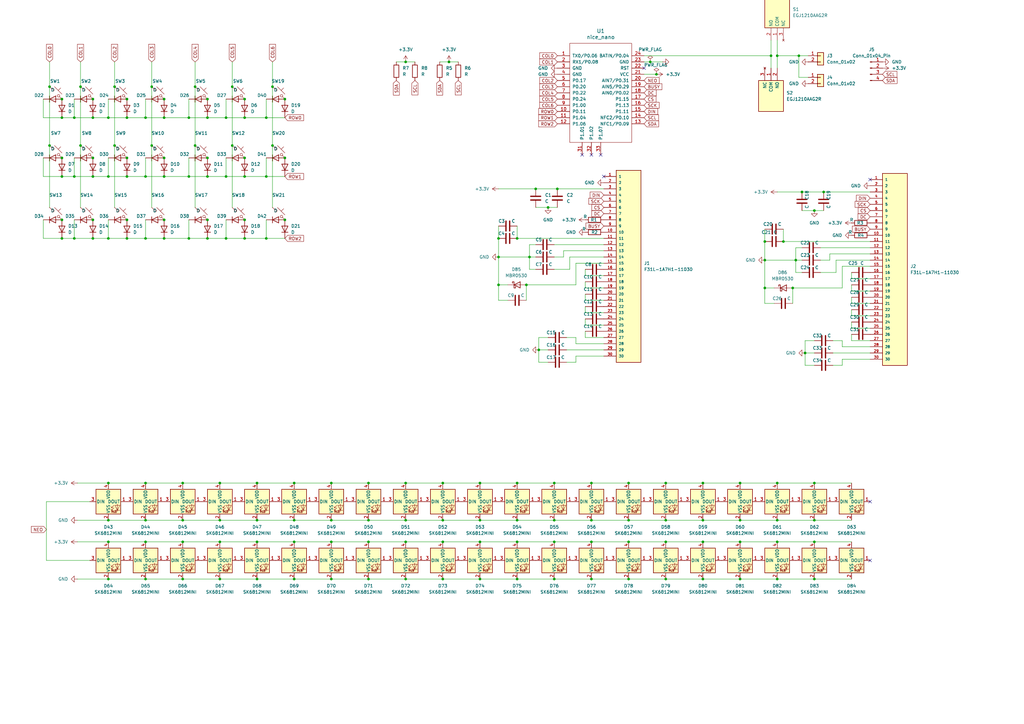
<source format=kicad_sch>
(kicad_sch (version 20250114) (generator "eeschema") (generator_version "9.0")
  (paper "A3")
  (junction (at 334.01 213.36))
  (junction (at 266.7 25.4))
  (junction (at 316.23 22.86))
  (junction (at 62.23 59.69))
  (junction (at 313.69 99.06))
  (junction (at 30.48 97.79))
  (junction (at 59.69 198.12))
  (junction (at 224.79 85.09))
  (junction (at 59.69 97.79))
  (junction (at 313.69 118.11))
  (junction (at 220.98 143.51))
  (junction (at 44.45 72.39))
  (junction (at 38.1 97.79))
  (junction (at 135.89 213.36))
  (junction (at 288.29 213.36))
  (junction (at 44.45 97.79))
  (junction (at 257.81 222.25))
  (junction (at 212.09 222.25))
  (junction (at 269.24 30.48))
  (junction (at 77.47 72.39))
  (junction (at 204.47 105.41))
  (junction (at 196.85 213.36))
  (junction (at 100.33 97.79))
  (junction (at 52.07 97.79))
  (junction (at 25.4 72.39))
  (junction (at 120.65 237.49))
  (junction (at 120.65 198.12))
  (junction (at 196.85 198.12))
  (junction (at 166.37 25.4))
  (junction (at 181.61 213.36))
  (junction (at 303.53 237.49))
  (junction (at 25.4 48.26))
  (junction (at 59.69 237.49))
  (junction (at 273.05 222.25))
  (junction (at 90.17 237.49))
  (junction (at 227.33 222.25))
  (junction (at 67.31 90.17))
  (junction (at 212.09 97.79))
  (junction (at 100.33 72.39))
  (junction (at 92.71 72.39))
  (junction (at 33.02 59.69))
  (junction (at 80.01 35.56))
  (junction (at 44.45 198.12))
  (junction (at 30.48 72.39))
  (junction (at 135.89 222.25))
  (junction (at 74.93 213.36))
  (junction (at 215.9 116.84))
  (junction (at 85.09 97.79))
  (junction (at 337.82 78.74))
  (junction (at 44.45 48.26))
  (junction (at 67.31 48.26))
  (junction (at 257.81 237.49))
  (junction (at 166.37 213.36))
  (junction (at 227.33 237.49))
  (junction (at 151.13 237.49))
  (junction (at 85.09 40.64))
  (junction (at 303.53 213.36))
  (junction (at 105.41 237.49))
  (junction (at 20.32 35.56))
  (junction (at 74.93 237.49))
  (junction (at 38.1 72.39))
  (junction (at 116.84 40.64))
  (junction (at 52.07 48.26))
  (junction (at 257.81 198.12))
  (junction (at 85.09 64.77))
  (junction (at 334.01 198.12))
  (junction (at 44.45 213.36))
  (junction (at 38.1 48.26))
  (junction (at 242.57 222.25))
  (junction (at 288.29 198.12))
  (junction (at 334.01 237.49))
  (junction (at 95.25 35.56))
  (junction (at 219.71 77.47))
  (junction (at 90.17 198.12))
  (junction (at 67.31 40.64))
  (junction (at 92.71 97.79))
  (junction (at 25.4 90.17))
  (junction (at 116.84 64.77))
  (junction (at 100.33 48.26))
  (junction (at 52.07 72.39))
  (junction (at 74.93 222.25))
  (junction (at 135.89 198.12))
  (junction (at 25.4 40.64))
  (junction (at 318.77 237.49))
  (junction (at 90.17 213.36))
  (junction (at 67.31 72.39))
  (junction (at 46.99 35.56))
  (junction (at 33.02 35.56))
  (junction (at 46.99 59.69))
  (junction (at 111.76 59.69))
  (junction (at 166.37 237.49))
  (junction (at 321.31 99.06))
  (junction (at 334.01 222.25))
  (junction (at 318.77 22.86))
  (junction (at 303.53 198.12))
  (junction (at 334.01 86.36))
  (junction (at 67.31 97.79))
  (junction (at 67.31 64.77))
  (junction (at 303.53 222.25))
  (junction (at 212.09 237.49))
  (junction (at 52.07 90.17))
  (junction (at 120.65 213.36))
  (junction (at 212.09 198.12))
  (junction (at 44.45 222.25))
  (junction (at 288.29 237.49))
  (junction (at 25.4 97.79))
  (junction (at 109.22 48.26))
  (junction (at 100.33 64.77))
  (junction (at 85.09 90.17))
  (junction (at 166.37 222.25))
  (junction (at 77.47 48.26))
  (junction (at 109.22 97.79))
  (junction (at 151.13 198.12))
  (junction (at 120.65 222.25))
  (junction (at 318.77 213.36))
  (junction (at 52.07 64.77))
  (junction (at 257.81 213.36))
  (junction (at 326.39 106.68))
  (junction (at 92.71 48.26))
  (junction (at 242.57 237.49))
  (junction (at 204.47 97.79))
  (junction (at 105.41 213.36))
  (junction (at 85.09 72.39))
  (junction (at 38.1 90.17))
  (junction (at 184.15 25.4))
  (junction (at 217.17 105.41))
  (junction (at 288.29 222.25))
  (junction (at 242.57 213.36))
  (junction (at 90.17 222.25))
  (junction (at 313.69 106.68))
  (junction (at 77.47 97.79))
  (junction (at 242.57 198.12))
  (junction (at 100.33 40.64))
  (junction (at 318.77 222.25))
  (junction (at 85.09 48.26))
  (junction (at 227.33 198.12))
  (junction (at 59.69 72.39))
  (junction (at 151.13 222.25))
  (junction (at 100.33 90.17))
  (junction (at 30.48 48.26))
  (junction (at 273.05 237.49))
  (junction (at 181.61 222.25))
  (junction (at 151.13 213.36))
  (junction (at 44.45 237.49))
  (junction (at 116.84 90.17))
  (junction (at 95.25 59.69))
  (junction (at 204.47 116.84))
  (junction (at 318.77 198.12))
  (junction (at 25.4 64.77))
  (junction (at 196.85 237.49))
  (junction (at 105.41 198.12))
  (junction (at 196.85 222.25))
  (junction (at 111.76 35.56))
  (junction (at 74.93 198.12))
  (junction (at 228.6 77.47))
  (junction (at 59.69 48.26))
  (junction (at 38.1 40.64))
  (junction (at 59.69 213.36))
  (junction (at 20.32 59.69))
  (junction (at 273.05 213.36))
  (junction (at 325.12 118.11))
  (junction (at 227.33 213.36))
  (junction (at 181.61 237.49))
  (junction (at 105.41 222.25))
  (junction (at 80.01 59.69))
  (junction (at 330.2 144.78))
  (junction (at 181.61 198.12))
  (junction (at 327.66 22.86))
  (junction (at 109.22 72.39))
  (junction (at 328.93 78.74))
  (junction (at 38.1 64.77))
  (junction (at 212.09 213.36))
  (junction (at 62.23 35.56))
  (junction (at 52.07 40.64))
  (junction (at 59.69 222.25))
  (junction (at 166.37 198.12))
  (junction (at 135.89 237.49))
  (junction (at 273.05 198.12))
  (no_connect (at 356.87 229.87))
  (no_connect (at 356.87 205.74))
  (no_connect (at 242.57 63.5))
  (no_connect (at 247.65 72.39))
  (no_connect (at 238.76 63.5))
  (no_connect (at 264.16 27.94))
  (no_connect (at 246.38 63.5))
  (no_connect (at 356.87 73.66))
  (wire (pts (xy 44.45 237.49) (xy 59.69 237.49)))
  (wire (pts (xy 356.87 142.24) (xy 345.44 142.24)))
  (wire (pts (xy 220.98 148.59) (xy 224.79 148.59)))
  (wire (pts (xy 349.25 124.46) (xy 356.87 124.46)))
  (wire (pts (xy 95.25 25.4) (xy 95.25 35.56)))
  (wire (pts (xy 334.01 139.7) (xy 330.2 139.7)))
  (wire (pts (xy 318.77 213.36) (xy 334.01 213.36)))
  (wire (pts (xy 25.4 72.39) (xy 30.48 72.39)))
  (wire (pts (xy 80.01 25.4) (xy 80.01 35.56)))
  (wire (pts (xy 340.36 104.14) (xy 356.87 104.14)))
  (wire (pts (xy 151.13 222.25) (xy 166.37 222.25)))
  (wire (pts (xy 19.05 205.74) (xy 36.83 205.74)))
  (wire (pts (xy 318.77 198.12) (xy 334.01 198.12)))
  (wire (pts (xy 303.53 222.25) (xy 318.77 222.25)))
  (wire (pts (xy 240.03 118.11) (xy 247.65 118.11)))
  (wire (pts (xy 77.47 48.26) (xy 85.09 48.26)))
  (wire (pts (xy 59.69 198.12) (xy 74.93 198.12)))
  (wire (pts (xy 349.25 111.76) (xy 349.25 114.3)))
  (wire (pts (xy 242.57 222.25) (xy 257.81 222.25)))
  (wire (pts (xy 326.39 101.6) (xy 326.39 106.68)))
  (wire (pts (xy 180.34 25.4) (xy 184.15 25.4)))
  (wire (pts (xy 95.25 35.56) (xy 95.25 59.69)))
  (wire (pts (xy 19.05 229.87) (xy 36.83 229.87)))
  (wire (pts (xy 59.69 222.25) (xy 74.93 222.25)))
  (wire (pts (xy 77.47 64.77) (xy 77.47 72.39)))
  (wire (pts (xy 184.15 25.4) (xy 187.96 25.4)))
  (wire (pts (xy 231.14 105.41) (xy 227.33 105.41)))
  (wire (pts (xy 288.29 237.49) (xy 303.53 237.49)))
  (wire (pts (xy 92.71 72.39) (xy 100.33 72.39)))
  (wire (pts (xy 166.37 213.36) (xy 181.61 213.36)))
  (wire (pts (xy 318.77 78.74) (xy 328.93 78.74)))
  (wire (pts (xy 318.77 22.86) (xy 318.77 27.94)))
  (wire (pts (xy 44.45 222.25) (xy 59.69 222.25)))
  (wire (pts (xy 80.01 59.69) (xy 80.01 85.09)))
  (wire (pts (xy 109.22 40.64) (xy 109.22 48.26)))
  (wire (pts (xy 240.03 113.03) (xy 247.65 113.03)))
  (wire (pts (xy 313.69 93.98) (xy 313.69 99.06)))
  (wire (pts (xy 219.71 85.09) (xy 224.79 85.09)))
  (wire (pts (xy 92.71 64.77) (xy 92.71 72.39)))
  (wire (pts (xy 330.2 149.86) (xy 334.01 149.86)))
  (wire (pts (xy 334.01 237.49) (xy 349.25 237.49)))
  (wire (pts (xy 220.98 143.51) (xy 224.79 143.51)))
  (wire (pts (xy 341.63 144.78) (xy 356.87 144.78)))
  (wire (pts (xy 215.9 116.84) (xy 215.9 123.19)))
  (wire (pts (xy 313.69 118.11) (xy 313.69 106.68)))
  (wire (pts (xy 109.22 48.26) (xy 116.84 48.26)))
  (wire (pts (xy 135.89 237.49) (xy 151.13 237.49)))
  (wire (pts (xy 17.78 97.79) (xy 25.4 97.79)))
  (wire (pts (xy 288.29 213.36) (xy 303.53 213.36)))
  (wire (pts (xy 109.22 64.77) (xy 109.22 72.39)))
  (wire (pts (xy 74.93 222.25) (xy 90.17 222.25)))
  (wire (pts (xy 240.03 115.57) (xy 240.03 118.11)))
  (wire (pts (xy 228.6 77.47) (xy 247.65 77.47)))
  (wire (pts (xy 181.61 213.36) (xy 196.85 213.36)))
  (wire (pts (xy 212.09 237.49) (xy 227.33 237.49)))
  (wire (pts (xy 135.89 213.36) (xy 151.13 213.36)))
  (wire (pts (xy 85.09 97.79) (xy 92.71 97.79)))
  (wire (pts (xy 240.03 138.43) (xy 247.65 138.43)))
  (wire (pts (xy 25.4 48.26) (xy 30.48 48.26)))
  (wire (pts (xy 325.12 118.11) (xy 325.12 124.46)))
  (wire (pts (xy 303.53 213.36) (xy 318.77 213.36)))
  (wire (pts (xy 345.44 139.7) (xy 341.63 139.7)))
  (wire (pts (xy 345.44 142.24) (xy 345.44 139.7)))
  (wire (pts (xy 17.78 90.17) (xy 17.78 97.79)))
  (wire (pts (xy 342.9 106.68) (xy 342.9 111.76)))
  (wire (pts (xy 44.45 64.77) (xy 44.45 72.39)))
  (wire (pts (xy 232.41 148.59) (xy 236.22 148.59)))
  (wire (pts (xy 208.28 116.84) (xy 204.47 116.84)))
  (wire (pts (xy 120.65 222.25) (xy 135.89 222.25)))
  (wire (pts (xy 212.09 213.36) (xy 227.33 213.36)))
  (wire (pts (xy 77.47 90.17) (xy 77.47 97.79)))
  (wire (pts (xy 236.22 107.95) (xy 236.22 116.84)))
  (wire (pts (xy 356.87 147.32) (xy 345.44 147.32)))
  (wire (pts (xy 269.24 30.48) (xy 264.16 30.48)))
  (wire (pts (xy 349.25 119.38) (xy 356.87 119.38)))
  (wire (pts (xy 46.99 25.4) (xy 46.99 35.56)))
  (wire (pts (xy 336.55 111.76) (xy 342.9 111.76)))
  (wire (pts (xy 92.71 97.79) (xy 100.33 97.79)))
  (wire (pts (xy 273.05 198.12) (xy 288.29 198.12)))
  (wire (pts (xy 227.33 213.36) (xy 242.57 213.36)))
  (wire (pts (xy 204.47 92.71) (xy 204.47 97.79)))
  (wire (pts (xy 92.71 48.26) (xy 100.33 48.26)))
  (wire (pts (xy 59.69 213.36) (xy 74.93 213.36)))
  (wire (pts (xy 74.93 198.12) (xy 90.17 198.12)))
  (wire (pts (xy 20.32 59.69) (xy 20.32 85.09)))
  (wire (pts (xy 151.13 213.36) (xy 166.37 213.36)))
  (wire (pts (xy 318.77 222.25) (xy 334.01 222.25)))
  (wire (pts (xy 166.37 222.25) (xy 181.61 222.25)))
  (wire (pts (xy 328.93 111.76) (xy 326.39 111.76)))
  (wire (pts (xy 44.45 198.12) (xy 59.69 198.12)))
  (wire (pts (xy 46.99 35.56) (xy 46.99 59.69)))
  (wire (pts (xy 120.65 198.12) (xy 135.89 198.12)))
  (wire (pts (xy 327.66 22.86) (xy 327.66 31.75)))
  (wire (pts (xy 327.66 31.75) (xy 331.47 31.75)))
  (wire (pts (xy 80.01 35.56) (xy 80.01 59.69)))
  (wire (pts (xy 59.69 97.79) (xy 67.31 97.79)))
  (wire (pts (xy 224.79 85.09) (xy 228.6 85.09)))
  (wire (pts (xy 219.71 77.47) (xy 228.6 77.47)))
  (wire (pts (xy 44.45 72.39) (xy 52.07 72.39)))
  (wire (pts (xy 59.69 40.64) (xy 59.69 48.26)))
  (wire (pts (xy 231.14 102.87) (xy 231.14 105.41)))
  (wire (pts (xy 196.85 213.36) (xy 212.09 213.36)))
  (wire (pts (xy 318.77 16.51) (xy 318.77 22.86)))
  (wire (pts (xy 316.23 27.94) (xy 316.23 22.86)))
  (wire (pts (xy 325.12 118.11) (xy 345.44 118.11)))
  (wire (pts (xy 240.03 123.19) (xy 247.65 123.19)))
  (wire (pts (xy 257.81 213.36) (xy 273.05 213.36)))
  (wire (pts (xy 336.55 101.6) (xy 356.87 101.6)))
  (wire (pts (xy 111.76 25.4) (xy 111.76 35.56)))
  (wire (pts (xy 85.09 72.39) (xy 92.71 72.39)))
  (wire (pts (xy 273.05 222.25) (xy 288.29 222.25)))
  (wire (pts (xy 77.47 72.39) (xy 85.09 72.39)))
  (wire (pts (xy 240.03 133.35) (xy 247.65 133.35)))
  (wire (pts (xy 217.17 110.49) (xy 217.17 105.41)))
  (wire (pts (xy 328.93 101.6) (xy 326.39 101.6)))
  (wire (pts (xy 19.05 205.74) (xy 19.05 229.87)))
  (wire (pts (xy 227.33 100.33) (xy 247.65 100.33)))
  (wire (pts (xy 236.22 140.97) (xy 236.22 138.43)))
  (wire (pts (xy 266.7 25.4) (xy 264.16 25.4)))
  (wire (pts (xy 17.78 64.77) (xy 17.78 72.39)))
  (wire (pts (xy 349.25 139.7) (xy 356.87 139.7)))
  (wire (pts (xy 67.31 48.26) (xy 77.47 48.26)))
  (wire (pts (xy 220.98 138.43) (xy 220.98 143.51)))
  (wire (pts (xy 271.78 25.4) (xy 266.7 25.4)))
  (wire (pts (xy 105.41 213.36) (xy 120.65 213.36)))
  (wire (pts (xy 33.02 25.4) (xy 33.02 35.56)))
  (wire (pts (xy 52.07 97.79) (xy 59.69 97.79)))
  (wire (pts (xy 316.23 16.51) (xy 316.23 22.86)))
  (wire (pts (xy 233.68 105.41) (xy 247.65 105.41)))
  (wire (pts (xy 330.2 144.78) (xy 334.01 144.78)))
  (wire (pts (xy 92.71 40.64) (xy 92.71 48.26)))
  (wire (pts (xy 327.66 22.86) (xy 318.77 22.86)))
  (wire (pts (xy 349.25 127) (xy 349.25 129.54)))
  (wire (pts (xy 181.61 237.49) (xy 196.85 237.49)))
  (wire (pts (xy 90.17 237.49) (xy 105.41 237.49)))
  (wire (pts (xy 273.05 237.49) (xy 288.29 237.49)))
  (wire (pts (xy 135.89 198.12) (xy 151.13 198.12)))
  (wire (pts (xy 38.1 72.39) (xy 44.45 72.39)))
  (wire (pts (xy 328.93 78.74) (xy 337.82 78.74)))
  (wire (pts (xy 20.32 35.56) (xy 20.32 59.69)))
  (wire (pts (xy 240.03 135.89) (xy 240.03 138.43)))
  (wire (pts (xy 67.31 97.79) (xy 77.47 97.79)))
  (wire (pts (xy 38.1 97.79) (xy 44.45 97.79)))
  (wire (pts (xy 166.37 198.12) (xy 181.61 198.12)))
  (wire (pts (xy 236.22 146.05) (xy 236.22 148.59)))
  (wire (pts (xy 345.44 109.22) (xy 356.87 109.22)))
  (wire (pts (xy 321.31 99.06) (xy 356.87 99.06)))
  (wire (pts (xy 120.65 213.36) (xy 135.89 213.36)))
  (wire (pts (xy 227.33 110.49) (xy 233.68 110.49)))
  (wire (pts (xy 227.33 198.12) (xy 242.57 198.12)))
  (wire (pts (xy 166.37 25.4) (xy 170.18 25.4)))
  (wire (pts (xy 215.9 116.84) (xy 236.22 116.84)))
  (wire (pts (xy 196.85 198.12) (xy 212.09 198.12)))
  (wire (pts (xy 46.99 59.69) (xy 46.99 85.09)))
  (wire (pts (xy 220.98 143.51) (xy 220.98 148.59)))
  (wire (pts (xy 217.17 100.33) (xy 217.17 105.41)))
  (wire (pts (xy 204.47 97.79) (xy 204.47 105.41)))
  (wire (pts (xy 85.09 48.26) (xy 92.71 48.26)))
  (wire (pts (xy 242.57 198.12) (xy 257.81 198.12)))
  (wire (pts (xy 17.78 40.64) (xy 17.78 48.26)))
  (wire (pts (xy 316.23 22.86) (xy 264.16 22.86)))
  (wire (pts (xy 109.22 97.79) (xy 116.84 97.79)))
  (wire (pts (xy 349.25 116.84) (xy 349.25 119.38)))
  (wire (pts (xy 242.57 213.36) (xy 257.81 213.36)))
  (wire (pts (xy 303.53 237.49) (xy 318.77 237.49)))
  (wire (pts (xy 31.75 237.49) (xy 44.45 237.49)))
  (wire (pts (xy 340.36 104.14) (xy 340.36 106.68)))
  (wire (pts (xy 111.76 35.56) (xy 111.76 59.69)))
  (wire (pts (xy 17.78 48.26) (xy 25.4 48.26)))
  (wire (pts (xy 303.53 198.12) (xy 318.77 198.12)))
  (wire (pts (xy 30.48 97.79) (xy 38.1 97.79)))
  (wire (pts (xy 349.25 132.08) (xy 349.25 134.62)))
  (wire (pts (xy 33.02 35.56) (xy 33.02 59.69)))
  (wire (pts (xy 334.01 86.36) (xy 337.82 86.36)))
  (wire (pts (xy 219.71 110.49) (xy 217.17 110.49)))
  (wire (pts (xy 236.22 138.43) (xy 232.41 138.43)))
  (wire (pts (xy 59.69 48.26) (xy 67.31 48.26)))
  (wire (pts (xy 240.03 130.81) (xy 240.03 133.35)))
  (wire (pts (xy 196.85 237.49) (xy 212.09 237.49)))
  (wire (pts (xy 59.69 237.49) (xy 74.93 237.49)))
  (wire (pts (xy 313.69 106.68) (xy 326.39 106.68)))
  (wire (pts (xy 212.09 97.79) (xy 247.65 97.79)))
  (wire (pts (xy 349.25 121.92) (xy 349.25 124.46)))
  (wire (pts (xy 330.2 139.7) (xy 330.2 144.78)))
  (wire (pts (xy 317.5 118.11) (xy 313.69 118.11)))
  (wire (pts (xy 232.41 143.51) (xy 247.65 143.51)))
  (wire (pts (xy 162.56 25.4) (xy 166.37 25.4)))
  (wire (pts (xy 135.89 222.25) (xy 151.13 222.25)))
  (wire (pts (xy 227.33 237.49) (xy 242.57 237.49)))
  (wire (pts (xy 240.03 128.27) (xy 247.65 128.27)))
  (wire (pts (xy 100.33 72.39) (xy 109.22 72.39)))
  (wire (pts (xy 204.47 105.41) (xy 217.17 105.41)))
  (wire (pts (xy 31.75 213.36) (xy 44.45 213.36)))
  (wire (pts (xy 204.47 77.47) (xy 219.71 77.47)))
  (wire (pts (xy 331.47 22.86) (xy 327.66 22.86)))
  (wire (pts (xy 109.22 90.17) (xy 109.22 97.79)))
  (wire (pts (xy 349.25 129.54) (xy 356.87 129.54)))
  (wire (pts (xy 38.1 48.26) (xy 44.45 48.26)))
  (wire (pts (xy 30.48 72.39) (xy 38.1 72.39)))
  (wire (pts (xy 196.85 222.25) (xy 212.09 222.25)))
  (wire (pts (xy 77.47 97.79) (xy 85.09 97.79)))
  (wire (pts (xy 62.23 59.69) (xy 62.23 85.09)))
  (wire (pts (xy 318.77 237.49) (xy 334.01 237.49)))
  (wire (pts (xy 231.14 102.87) (xy 247.65 102.87)))
  (wire (pts (xy 90.17 213.36) (xy 105.41 213.36)))
  (wire (pts (xy 74.93 213.36) (xy 90.17 213.36)))
  (wire (pts (xy 247.65 140.97) (xy 236.22 140.97)))
  (wire (pts (xy 105.41 237.49) (xy 120.65 237.49)))
  (wire (pts (xy 44.45 48.26) (xy 52.07 48.26)))
  (wire (pts (xy 212.09 198.12) (xy 227.33 198.12)))
  (wire (pts (xy 67.31 72.39) (xy 77.47 72.39)))
  (wire (pts (xy 105.41 198.12) (xy 120.65 198.12)))
  (wire (pts (xy 30.48 90.17) (xy 30.48 97.79)))
  (wire (pts (xy 349.25 134.62) (xy 356.87 134.62)))
  (wire (pts (xy 345.44 109.22) (xy 345.44 118.11)))
  (wire (pts (xy 92.71 90.17) (xy 92.71 97.79)))
  (wire (pts (xy 151.13 237.49) (xy 166.37 237.49)))
  (wire (pts (xy 31.75 198.12) (xy 44.45 198.12)))
  (wire (pts (xy 212.09 92.71) (xy 212.09 97.79)))
  (wire (pts (xy 59.69 64.77) (xy 59.69 72.39)))
  (wire (pts (xy 240.03 120.65) (xy 240.03 123.19)))
  (wire (pts (xy 204.47 116.84) (xy 204.47 105.41)))
  (wire (pts (xy 52.07 48.26) (xy 59.69 48.26)))
  (wire (pts (xy 340.36 106.68) (xy 336.55 106.68)))
  (wire (pts (xy 330.2 144.78) (xy 330.2 149.86)))
  (wire (pts (xy 181.61 222.25) (xy 196.85 222.25)))
  (wire (pts (xy 342.9 106.68) (xy 356.87 106.68)))
  (wire (pts (xy 337.82 78.74) (xy 356.87 78.74)))
  (wire (pts (xy 59.69 90.17) (xy 59.69 97.79)))
  (wire (pts (xy 313.69 124.46) (xy 317.5 124.46)))
  (wire (pts (xy 212.09 222.25) (xy 227.33 222.25)))
  (wire (pts (xy 105.41 222.25) (xy 120.65 222.25)))
  (wire (pts (xy 328.93 86.36) (xy 334.01 86.36)))
  (wire (pts (xy 62.23 35.56) (xy 62.23 59.69)))
  (wire (pts (xy 90.17 198.12) (xy 105.41 198.12)))
  (wire (pts (xy 224.79 138.43) (xy 220.98 138.43)))
  (wire (pts (xy 77.47 40.64) (xy 77.47 48.26)))
  (wire (pts (xy 227.33 222.25) (xy 242.57 222.25)))
  (wire (pts (xy 236.22 107.95) (xy 247.65 107.95)))
  (wire (pts (xy 59.69 72.39) (xy 67.31 72.39)))
  (wire (pts (xy 90.17 222.25) (xy 105.41 222.25)))
  (wire (pts (xy 62.23 25.4) (xy 62.23 35.56)))
  (wire (pts (xy 313.69 118.11) (xy 313.69 124.46)))
  (wire (pts (xy 31.75 222.25) (xy 44.45 222.25)))
  (wire (pts (xy 30.48 40.64) (xy 30.48 48.26)))
  (wire (pts (xy 349.25 114.3) (xy 356.87 114.3)))
  (wire (pts (xy 326.39 111.76) (xy 326.39 106.68)))
  (wire (pts (xy 25.4 97.79) (xy 30.48 97.79)))
  (wire (pts (xy 334.01 213.36) (xy 349.25 213.36)))
  (wire (pts (xy 109.22 72.39) (xy 116.84 72.39)))
  (wire (pts (xy 166.37 237.49) (xy 181.61 237.49)))
  (wire (pts (xy 204.47 123.19) (xy 208.28 123.19)))
  (wire (pts (xy 242.57 237.49) (xy 257.81 237.49)))
  (wire (pts (xy 151.13 198.12) (xy 166.37 198.12)))
  (wire (pts (xy 349.25 137.16) (xy 349.25 139.7)))
  (wire (pts (xy 273.05 213.36) (xy 288.29 213.36)))
  (wire (pts (xy 288.29 222.25) (xy 303.53 222.25)))
  (wire (pts (xy 44.45 213.36) (xy 59.69 213.36)))
  (wire (pts (xy 240.03 125.73) (xy 240.03 128.27)))
  (wire (pts (xy 233.68 105.41) (xy 233.68 110.49)))
  (wire (pts (xy 44.45 97.79) (xy 52.07 97.79)))
  (wire (pts (xy 100.33 97.79) (xy 109.22 97.79)))
  (wire (pts (xy 120.65 237.49) (xy 135.89 237.49)))
  (wire (pts (xy 334.01 198.12) (xy 349.25 198.12)))
  (wire (pts (xy 33.02 59.69) (xy 33.02 85.09)))
  (wire (pts (xy 219.71 100.33) (xy 217.17 100.33)))
  (wire (pts (xy 257.81 237.49) (xy 273.05 237.49)))
  (wire (pts (xy 345.44 147.32) (xy 345.44 149.86)))
  (wire (pts (xy 20.32 25.4) (xy 20.32 35.56)))
  (wire (pts (xy 204.47 116.84) (xy 204.47 123.19)))
  (wire (pts (xy 247.65 146.05) (xy 236.22 146.05)))
  (wire (pts (xy 95.25 59.69) (xy 95.25 85.09)))
  (wire (pts (xy 257.81 198.12) (xy 273.05 198.12)))
  (wire (pts (xy 341.63 149.86) (xy 345.44 149.86)))
  (wire (pts (xy 17.78 72.39) (xy 25.4 72.39)))
  (wire (pts (xy 240.03 110.49) (xy 240.03 113.03)))
  (wire (pts (xy 288.29 198.12) (xy 303.53 198.12)))
  (wire (pts (xy 328.93 106.68) (xy 326.39 106.68)))
  (wire (pts (xy 321.31 93.98) (xy 321.31 99.06)))
  (wire (pts (xy 313.69 99.06) (xy 313.69 106.68)))
  (wire (pts (xy 44.45 40.64) (xy 44.45 48.26)))
  (wire (pts (xy 111.76 59.69) (xy 111.76 85.09)))
  (wire (pts (xy 219.71 105.41) (xy 217.17 105.41)))
  (wire (pts (xy 52.07 72.39) (xy 59.69 72.39)))
  (wire (pts (xy 30.48 64.77) (xy 30.48 72.39)))
  (wire (pts (xy 334.01 222.25) (xy 349.25 222.25)))
  (wire (pts (xy 100.33 48.26) (xy 109.22 48.26)))
  (wire (pts (xy 181.61 198.12) (xy 196.85 198.12)))
  (wire (pts (xy 44.45 90.17) (xy 44.45 97.79)))
  (wire (pts (xy 257.81 222.25) (xy 273.05 222.25)))
  (wire (pts (xy 30.48 48.26) (xy 38.1 48.26)))
  (wire (pts (xy 74.93 237.49) (xy 90.17 237.49)))
  (global_label "NEO" (shape input) (at 264.16 33.02 0) (property "Intersheetrefs" "${INTERSHEET_REFS}" (effects (hide yes))))
  (global_label "COL6" (shape input) (at 111.76 25.4 90) (property "Intersheetrefs" "${INTERSHEET_REFS}" (effects (hide yes))))
  (global_label "COL2" (shape input) (at 228.6 33.02 180) (property "Intersheetrefs" "${INTERSHEET_REFS}" (effects (hide yes))))
  (global_label "SDA" (shape input) (at 264.16 50.8 0) (property "Intersheetrefs" "${INTERSHEET_REFS}" (effects (hide yes))))
  (global_label "ROW0" (shape input) (at 228.6 45.72 180) (property "Intersheetrefs" "${INTERSHEET_REFS}" (effects (hide yes))))
  (global_label "SCL" (shape input) (at 170.18 33.02 270) (property "Intersheetrefs" "${INTERSHEET_REFS}" (effects (hide yes))))
  (global_label "ROW0" (shape input) (at 116.84 48.26 0) (property "Intersheetrefs" "${INTERSHEET_REFS}" (effects (hide yes))))
  (global_label "COL4" (shape input) (at 80.01 25.4 90) (property "Intersheetrefs" "${INTERSHEET_REFS}" (effects (hide yes))))
  (global_label "NEO" (shape input) (at 19.05 217.17 180) (property "Intersheetrefs" "${INTERSHEET_REFS}" (effects (hide yes))))
  (global_label "COL1" (shape input) (at 228.6 25.4 180) (property "Intersheetrefs" "${INTERSHEET_REFS}" (effects (hide yes))))
  (global_label "DIN" (shape input) (at 247.65 80.01 180) (property "Intersheetrefs" "${INTERSHEET_REFS}" (effects (hide yes))))
  (global_label "ROW1" (shape input) (at 116.84 72.39 0) (property "Intersheetrefs" "${INTERSHEET_REFS}" (effects (hide yes))))
  (global_label "BUSY" (shape input) (at 356.87 93.98 180) (property "Intersheetrefs" "${INTERSHEET_REFS}" (effects (hide yes))))
  (global_label "DC" (shape input) (at 264.16 38.1 0) (property "Intersheetrefs" "${INTERSHEET_REFS}" (effects (hide yes))))
  (global_label "COL0" (shape input) (at 228.6 22.86 180) (property "Intersheetrefs" "${INTERSHEET_REFS}" (effects (hide yes))))
  (global_label "SCK" (shape input) (at 264.16 43.18 0) (property "Intersheetrefs" "${INTERSHEET_REFS}" (effects (hide yes))))
  (global_label "SDA" (shape input) (at 361.95 33.02 0) (property "Intersheetrefs" "${INTERSHEET_REFS}" (effects (hide yes))))
  (global_label "SCL" (shape input) (at 264.16 48.26 0) (property "Intersheetrefs" "${INTERSHEET_REFS}" (effects (hide yes))))
  (global_label "BUSY" (shape input) (at 264.16 35.56 0) (property "Intersheetrefs" "${INTERSHEET_REFS}" (effects (hide yes))))
  (global_label "ROW2" (shape input) (at 228.6 50.8 180) (property "Intersheetrefs" "${INTERSHEET_REFS}" (effects (hide yes))))
  (global_label "SCL" (shape input) (at 187.96 33.02 270) (property "Intersheetrefs" "${INTERSHEET_REFS}" (effects (hide yes))))
  (global_label "DIN" (shape input) (at 356.87 81.28 180) (property "Intersheetrefs" "${INTERSHEET_REFS}" (effects (hide yes))))
  (global_label "COL3" (shape input) (at 62.23 25.4 90) (property "Intersheetrefs" "${INTERSHEET_REFS}" (effects (hide yes))))
  (global_label "CS" (shape input) (at 264.16 40.64 0) (property "Intersheetrefs" "${INTERSHEET_REFS}" (effects (hide yes))))
  (global_label "COL3" (shape input) (at 228.6 35.56 180) (property "Intersheetrefs" "${INTERSHEET_REFS}" (effects (hide yes))))
  (global_label "COL2" (shape input) (at 46.99 25.4 90) (property "Intersheetrefs" "${INTERSHEET_REFS}" (effects (hide yes))))
  (global_label "DIN" (shape input) (at 264.16 45.72 0) (property "Intersheetrefs" "${INTERSHEET_REFS}" (effects (hide yes))))
  (global_label "COL5" (shape input) (at 95.25 25.4 90) (property "Intersheetrefs" "${INTERSHEET_REFS}" (effects (hide yes))))
  (global_label "ROW2" (shape input) (at 116.84 97.79 0) (property "Intersheetrefs" "${INTERSHEET_REFS}" (effects (hide yes))))
  (global_label "DC" (shape input) (at 356.87 88.9 180) (property "Intersheetrefs" "${INTERSHEET_REFS}" (effects (hide yes))))
  (global_label "COL1" (shape input) (at 33.02 25.4 90) (property "Intersheetrefs" "${INTERSHEET_REFS}" (effects (hide yes))))
  (global_label "BUSY" (shape input) (at 247.65 92.71 180) (property "Intersheetrefs" "${INTERSHEET_REFS}" (effects (hide yes))))
  (global_label "CS" (shape input) (at 247.65 85.09 180) (property "Intersheetrefs" "${INTERSHEET_REFS}" (effects (hide yes))))
  (global_label "COL0" (shape input) (at 20.32 25.4 90) (property "Intersheetrefs" "${INTERSHEET_REFS}" (effects (hide yes))))
  (global_label "CS" (shape input) (at 356.87 86.36 180) (property "Intersheetrefs" "${INTERSHEET_REFS}" (effects (hide yes))))
  (global_label "SDA" (shape input) (at 180.34 33.02 270) (property "Intersheetrefs" "${INTERSHEET_REFS}" (effects (hide yes))))
  (global_label "SCK" (shape input) (at 356.87 83.82 180) (property "Intersheetrefs" "${INTERSHEET_REFS}" (effects (hide yes))))
  (global_label "SCK" (shape input) (at 247.65 82.55 180) (property "Intersheetrefs" "${INTERSHEET_REFS}" (effects (hide yes))))
  (global_label "DC" (shape input) (at 247.65 87.63 180) (property "Intersheetrefs" "${INTERSHEET_REFS}" (effects (hide yes))))
  (global_label "SDA" (shape input) (at 162.56 33.02 270) (property "Intersheetrefs" "${INTERSHEET_REFS}" (effects (hide yes))))
  (global_label "COL5" (shape input) (at 228.6 40.64 180) (property "Intersheetrefs" "${INTERSHEET_REFS}" (effects (hide yes))))
  (global_label "SCL" (shape input) (at 361.95 30.48 0) (property "Intersheetrefs" "${INTERSHEET_REFS}" (effects (hide yes))))
  (global_label "ROW1" (shape input) (at 228.6 48.26 180) (property "Intersheetrefs" "${INTERSHEET_REFS}" (effects (hide yes))))
  (global_label "COL4" (shape input) (at 228.6 38.1 180) (property "Intersheetrefs" "${INTERSHEET_REFS}" (effects (hide yes))))
  (global_label "COL6" (shape input) (at 228.6 43.18 180) (property "Intersheetrefs" "${INTERSHEET_REFS}" (effects (hide yes))))
  (symbol (lib_id "Device:C") (at 321.31 124.46 90) (unit 1)
    (property "Reference" "C26" (at 318.77 122.428 90))
    (property "Value" "C" (at 323.596 122.428 90))
    (property "Footprint" "Capacitor_SMD:C_0603_1608Metric" (effects (hide yes)))
    (property "Description" "Unpolarized capacitor" (effects (hide yes)))
  )
  (symbol (lib_id "LED:SK6812MINI") (at 135.89 229.87 0) (unit 1)
    (property "Reference" "D70" (at 135.89 240.284 0))
    (property "Value" "SK6812MINI" (at 135.89 242.824 0))
    (property "Footprint" "LED_SMD:LED_SK6812MINI_PLCC4_3.5x3.5mm_P1.75mm" (effects (hide yes)))
    (property "Datasheet" "https://cdn-shop.adafruit.com/product-files/2686/SK6812MINI_REV.01-1-2.pdf" (effects (hide yes)))
    (property "Description" "RGB LED with integrated controller" (effects (hide yes)))
  )
  (symbol (lib_id "Device:D") (at 67.31 68.58 90) (unit 1)
    (property "Reference" "D10" (at 69.85 67.3099 90) (effects (justify right)))
    (property "Value" "D" (at 69.85 69.8499 90) (effects (justify right)))
    (property "Footprint" "Diode_SMD:D_1206_3216Metric" (effects (hide yes)))
    (property "Description" "Diode" (effects (hide yes)))
    (property "Sim.Device" "D" (effects (hide yes)))
    (property "Sim.Pins" "1=K 2=A" (effects (hide yes)))
  )
  (symbol (lib_id "Device:C") (at 332.74 106.68 90) (unit 1)
    (property "Reference" "C23" (at 330.2 104.648 90))
    (property "Value" "C" (at 335.026 104.648 90))
    (property "Footprint" "Capacitor_SMD:C_0603_1608Metric" (effects (hide yes)))
    (property "Description" "Unpolarized capacitor" (effects (hide yes)))
  )
  (symbol (lib_id "Device:D") (at 116.84 68.58 90) (unit 1)
    (property "Reference" "D20" (at 119.38 67.3099 90) (effects (justify right)))
    (property "Value" "D" (at 119.38 69.8499 90) (effects (justify right)))
    (property "Footprint" "Diode_SMD:D_1206_3216Metric" (effects (hide yes)))
    (property "Description" "Diode" (effects (hide yes)))
    (property "Sim.Device" "D" (effects (hide yes)))
    (property "Sim.Pins" "1=K 2=A" (effects (hide yes)))
  )
  (symbol (lib_id "Diode:MBR0530") (at 212.09 116.84 0) (unit 1)
    (property "Reference" "D85" (at 211.7725 110.49 0))
    (property "Value" "MBR0530" (at 211.7725 113.03 0))
    (property "Footprint" "Diode_SMD:D_SOD-123" (effects (hide yes)))
    (property "Datasheet" "http://www.mccsemi.com/up_pdf/MBR0520~MBR0580(SOD123).pdf" (effects (hide yes)))
    (property "Description" "30V 0.5A Schottky Power Rectifier Diode, SOD-123" (effects (hide yes)))
  )
  (symbol (lib_id "Device:D") (at 52.07 93.98 90) (unit 1)
    (property "Reference" "D15" (at 54.61 92.7099 90) (effects (justify right)))
    (property "Value" "D" (at 54.61 95.2499 90) (effects (justify right)))
    (property "Footprint" "Diode_SMD:D_1206_3216Metric" (effects (hide yes)))
    (property "Description" "Diode" (effects (hide yes)))
    (property "Sim.Device" "D" (effects (hide yes)))
    (property "Sim.Pins" "1=K 2=A" (effects (hide yes)))
  )
  (symbol (lib_id "Device:D") (at 113.03 64.77 0) (unit 1)
    (property "Reference" "D41" (at 107.442 63.246 0))
    (property "Value" "D" (at 113.03 60.96 0))
    (property "Footprint" "Diode_SMD:D_1206_3216Metric" (effects (hide yes)))
    (property "Description" "Diode" (effects (hide yes)))
    (property "Sim.Device" "D" (effects (hide yes)))
    (property "Sim.Pins" "1=K 2=A" (effects (hide yes)))
  )
  (symbol (lib_id "power:GND") (at 240.03 95.25 270) (unit 1)
    (property "Reference" "#PWR010" (effects (hide yes)))
    (property "Value" "GND" (at 236.22 95.2499 90) (effects (justify right)))
    (property "Description" "Power symbol creates a global label with name \"GND\" , ground" (effects (hide yes)))
  )
  (symbol (lib_id "Switch:SW_Push_45deg") (at 49.53 38.1 0) (unit 1)
    (property "Reference" "SW3" (at 49.276 33.274 0))
    (property "Value" "SW_Push_45deg" (effects (hide yes)))
    (property "Footprint" "keyswitches:SW_PG1350_reversible" (effects (hide yes)))
    (property "Description" "Push button switch, normally open, two pins, 45° tilted" (effects (hide yes)))
  )
  (symbol (lib_id "Device:D") (at 38.1 44.45 90) (unit 1)
    (property "Reference" "D2" (at 40.64 43.1799 90) (effects (justify right)))
    (property "Value" "D" (at 40.64 45.7199 90) (effects (justify right)))
    (property "Footprint" "Diode_SMD:D_1206_3216Metric" (effects (hide yes)))
    (property "Description" "Diode" (effects (hide yes)))
    (property "Sim.Device" "D" (effects (hide yes)))
    (property "Sim.Pins" "1=K 2=A" (effects (hide yes)))
  )
  (symbol (lib_id "Device:D") (at 63.5 90.17 0) (unit 1)
    (property "Reference" "D37" (at 57.912 88.646 0))
    (property "Value" "D" (at 63.5 86.36 0))
    (property "Footprint" "Diode_SMD:D_1206_3216Metric" (effects (hide yes)))
    (property "Description" "Diode" (effects (hide yes)))
    (property "Sim.Device" "D" (effects (hide yes)))
    (property "Sim.Pins" "1=K 2=A" (effects (hide yes)))
  )
  (symbol (lib_id "power:GND") (at 356.87 76.2 270) (unit 1)
    (property "Reference" "#PWR019" (effects (hide yes)))
    (property "Value" "GND" (at 353.06 76.1999 90) (effects (justify right)))
    (property "Description" "Power symbol creates a global label with name \"GND\" , ground" (effects (hide yes)))
  )
  (symbol (lib_id "Device:D") (at 100.33 68.58 90) (unit 1)
    (property "Reference" "D12" (at 102.87 67.3099 90) (effects (justify right)))
    (property "Value" "D" (at 102.87 69.8499 90) (effects (justify right)))
    (property "Footprint" "Diode_SMD:D_1206_3216Metric" (effects (hide yes)))
    (property "Description" "Diode" (effects (hide yes)))
    (property "Sim.Device" "D" (effects (hide yes)))
    (property "Sim.Pins" "1=K 2=A" (effects (hide yes)))
  )
  (symbol (lib_id "Device:R") (at 162.56 29.21 0) (unit 1)
    (property "Reference" "R7" (at 165.1 27.9399 0) (effects (justify left)))
    (property "Value" "R" (at 165.1 30.4799 0) (effects (justify left)))
    (property "Footprint" "Resistor_SMD:R_0603_1608Metric" (effects (hide yes)))
    (property "Description" "Resistor" (effects (hide yes)))
  )
  (symbol (lib_id "Device:C") (at 332.74 101.6 90) (unit 1)
    (property "Reference" "C22" (at 330.2 99.568 90))
    (property "Value" "C" (at 335.026 99.568 90))
    (property "Footprint" "Capacitor_SMD:C_0603_1608Metric" (effects (hide yes)))
    (property "Description" "Unpolarized capacitor" (effects (hide yes)))
  )
  (symbol (lib_id "Device:D") (at 48.26 40.64 0) (unit 1)
    (property "Reference" "D24" (at 42.672 39.116 0))
    (property "Value" "D" (at 48.26 36.83 0))
    (property "Footprint" "Diode_SMD:D_1206_3216Metric" (effects (hide yes)))
    (property "Description" "Diode" (effects (hide yes)))
    (property "Sim.Device" "D" (effects (hide yes)))
    (property "Sim.Pins" "1=K 2=A" (effects (hide yes)))
  )
  (symbol (lib_id "Device:C") (at 228.6 138.43 90) (unit 1)
    (property "Reference" "C15" (at 226.06 136.398 90))
    (property "Value" "C" (at 230.886 136.398 90))
    (property "Footprint" "Capacitor_SMD:C_0603_1608Metric" (effects (hide yes)))
    (property "Description" "Unpolarized capacitor" (effects (hide yes)))
  )
  (symbol (lib_id "Device:C") (at 337.82 82.55 0) (unit 1)
    (property "Reference" "C19" (at 339.852 80.01 90))
    (property "Value" "C" (at 339.852 84.836 90))
    (property "Footprint" "Capacitor_SMD:C_0603_1608Metric" (effects (hide yes)))
    (property "Description" "Unpolarized capacitor" (effects (hide yes)))
  )
  (symbol (lib_id "Device:D") (at 34.29 40.64 0) (unit 1)
    (property "Reference" "D23" (at 28.702 39.116 0))
    (property "Value" "D" (at 34.29 36.83 0))
    (property "Footprint" "Diode_SMD:D_1206_3216Metric" (effects (hide yes)))
    (property "Description" "Diode" (effects (hide yes)))
    (property "Sim.Device" "D" (effects (hide yes)))
    (property "Sim.Pins" "1=K 2=A" (effects (hide yes)))
  )
  (symbol (lib_id "Device:C") (at 317.5 93.98 90) (unit 1)
    (property "Reference" "C20" (at 314.96 91.948 90))
    (property "Value" "C" (at 319.786 91.948 90))
    (property "Footprint" "Capacitor_SMD:C_0603_1608Metric" (effects (hide yes)))
    (property "Description" "Unpolarized capacitor" (effects (hide yes)))
  )
  (symbol (lib_id "LED:SK6812MINI") (at 196.85 229.87 0) (unit 1)
    (property "Reference" "D74" (at 196.85 240.284 0))
    (property "Value" "SK6812MINI" (at 196.85 242.824 0))
    (property "Footprint" "LED_SMD:LED_SK6812MINI_PLCC4_3.5x3.5mm_P1.75mm" (effects (hide yes)))
    (property "Datasheet" "https://cdn-shop.adafruit.com/product-files/2686/SK6812MINI_REV.01-1-2.pdf" (effects (hide yes)))
    (property "Description" "RGB LED with integrated controller" (effects (hide yes)))
  )
  (symbol (lib_id "LED:SK6812MINI") (at 212.09 229.87 0) (unit 1)
    (property "Reference" "D75" (at 212.09 240.284 0))
    (property "Value" "SK6812MINI" (at 212.09 242.824 0))
    (property "Footprint" "LED_SMD:LED_SK6812MINI_PLCC4_3.5x3.5mm_P1.75mm" (effects (hide yes)))
    (property "Datasheet" "https://cdn-shop.adafruit.com/product-files/2686/SK6812MINI_REV.01-1-2.pdf" (effects (hide yes)))
    (property "Description" "RGB LED with integrated controller" (effects (hide yes)))
  )
  (symbol (lib_id "Switch:SW_Push_45deg") (at 64.77 38.1 0) (unit 1)
    (property "Reference" "SW4" (at 64.516 33.274 0))
    (property "Value" "SW_Push_45deg" (effects (hide yes)))
    (property "Footprint" "keyswitches:SW_PG1350_reversible" (effects (hide yes)))
    (property "Description" "Push button switch, normally open, two pins, 45° tilted" (effects (hide yes)))
  )
  (symbol (lib_id "Device:D") (at 25.4 68.58 90) (unit 1)
    (property "Reference" "D7" (at 27.94 67.3099 90) (effects (justify right)))
    (property "Value" "D" (at 27.94 69.8499 90) (effects (justify right)))
    (property "Footprint" "Diode_SMD:D_1206_3216Metric" (effects (hide yes)))
    (property "Description" "Diode" (effects (hide yes)))
    (property "Sim.Device" "D" (effects (hide yes)))
    (property "Sim.Pins" "1=K 2=A" (effects (hide yes)))
  )
  (symbol (lib_id "LED:SK6812MINI") (at 105.41 205.74 0) (unit 1)
    (property "Reference" "D47" (at 105.41 216.154 0))
    (property "Value" "SK6812MINI" (at 105.41 218.694 0))
    (property "Footprint" "LED_SMD:LED_SK6812MINI_PLCC4_3.5x3.5mm_P1.75mm" (effects (hide yes)))
    (property "Datasheet" "https://cdn-shop.adafruit.com/product-files/2686/SK6812MINI_REV.01-1-2.pdf" (effects (hide yes)))
    (property "Description" "RGB LED with integrated controller" (effects (hide yes)))
  )
  (symbol (lib_id "Device:C") (at 328.93 82.55 0) (unit 1)
    (property "Reference" "C18" (at 330.962 80.01 90))
    (property "Value" "C" (at 330.962 84.836 90))
    (property "Footprint" "Capacitor_SMD:C_0603_1608Metric" (effects (hide yes)))
    (property "Description" "Unpolarized capacitor" (effects (hide yes)))
  )
  (symbol (lib_id "LED:SK6812MINI") (at 59.69 229.87 0) (unit 1)
    (property "Reference" "D65" (at 59.69 240.284 0))
    (property "Value" "SK6812MINI" (at 59.69 242.824 0))
    (property "Footprint" "LED_SMD:LED_SK6812MINI_PLCC4_3.5x3.5mm_P1.75mm" (effects (hide yes)))
    (property "Datasheet" "https://cdn-shop.adafruit.com/product-files/2686/SK6812MINI_REV.01-1-2.pdf" (effects (hide yes)))
    (property "Description" "RGB LED with integrated controller" (effects (hide yes)))
  )
  (symbol (lib_id "Device:D") (at 67.31 93.98 90) (unit 1)
    (property "Reference" "D16" (at 69.85 92.7099 90) (effects (justify right)))
    (property "Value" "D" (at 69.85 95.2499 90) (effects (justify right)))
    (property "Footprint" "Diode_SMD:D_1206_3216Metric" (effects (hide yes)))
    (property "Description" "Diode" (effects (hide yes)))
    (property "Sim.Device" "D" (effects (hide yes)))
    (property "Sim.Pins" "1=K 2=A" (effects (hide yes)))
  )
  (symbol (lib_id "LED:SK6812MINI") (at 257.81 205.74 0) (unit 1)
    (property "Reference" "D57" (at 257.81 216.154 0))
    (property "Value" "SK6812MINI" (at 257.81 218.694 0))
    (property "Footprint" "LED_SMD:LED_SK6812MINI_PLCC4_3.5x3.5mm_P1.75mm" (effects (hide yes)))
    (property "Datasheet" "https://cdn-shop.adafruit.com/product-files/2686/SK6812MINI_REV.01-1-2.pdf" (effects (hide yes)))
    (property "Description" "RGB LED with integrated controller" (effects (hide yes)))
  )
  (symbol (lib_id "Switch:SW_Push_45deg") (at 22.86 38.1 0) (unit 1)
    (property "Reference" "SW1" (at 22.606 33.274 0))
    (property "Value" "SW_Push_45deg" (effects (hide yes)))
    (property "Footprint" "keyswitches:SW_PG1350_reversible" (effects (hide yes)))
    (property "Description" "Push button switch, normally open, two pins, 45° tilted" (effects (hide yes)))
  )
  (symbol (lib_id "Device:D") (at 85.09 44.45 90) (unit 1)
    (property "Reference" "D5" (at 87.63 43.1799 90) (effects (justify right)))
    (property "Value" "D" (at 87.63 45.7199 90) (effects (justify right)))
    (property "Footprint" "Diode_SMD:D_1206_3216Metric" (effects (hide yes)))
    (property "Description" "Diode" (effects (hide yes)))
    (property "Sim.Device" "D" (effects (hide yes)))
    (property "Sim.Pins" "1=K 2=A" (effects (hide yes)))
  )
  (symbol (lib_id "power:GND") (at 228.6 30.48 270) (unit 1)
    (property "Reference" "#PWR026" (effects (hide yes)))
    (property "Value" "GND" (at 224.79 30.4799 90) (effects (justify right)))
    (property "Description" "Power symbol creates a global label with name \"GND\" , ground" (effects (hide yes)))
  )
  (symbol (lib_id "power:GND") (at 331.47 34.29 270) (unit 1)
    (property "Reference" "#PWR021" (effects (hide yes)))
    (property "Value" "GND" (at 327.66 34.2899 90) (effects (justify right)))
    (property "Description" "Power symbol creates a global label with name \"GND\" , ground" (effects (hide yes)))
  )
  (symbol (lib_id "Device:D") (at 116.84 93.98 90) (unit 1)
    (property "Reference" "D21" (at 119.38 92.7099 90) (effects (justify right)))
    (property "Value" "D" (at 119.38 95.2499 90) (effects (justify right)))
    (property "Footprint" "Diode_SMD:D_1206_3216Metric" (effects (hide yes)))
    (property "Description" "Diode" (effects (hide yes)))
    (property "Sim.Device" "D" (effects (hide yes)))
    (property "Sim.Pins" "1=K 2=A" (effects (hide yes)))
  )
  (symbol (lib_id "LED:SK6812MINI") (at 349.25 205.74 0) (unit 1)
    (property "Reference" "D63" (at 349.25 216.154 0))
    (property "Value" "SK6812MINI" (at 349.25 218.694 0))
    (property "Footprint" "LED_SMD:LED_SK6812MINI_PLCC4_3.5x3.5mm_P1.75mm" (effects (hide yes)))
    (property "Datasheet" "https://cdn-shop.adafruit.com/product-files/2686/SK6812MINI_REV.01-1-2.pdf" (effects (hide yes)))
    (property "Description" "RGB LED with integrated controller" (effects (hide yes)))
  )
  (symbol (lib_id "LED:SK6812MINI") (at 273.05 205.74 0) (unit 1)
    (property "Reference" "D58" (at 273.05 216.154 0))
    (property "Value" "SK6812MINI" (at 273.05 218.694 0))
    (property "Footprint" "LED_SMD:LED_SK6812MINI_PLCC4_3.5x3.5mm_P1.75mm" (effects (hide yes)))
    (property "Datasheet" "https://cdn-shop.adafruit.com/product-files/2686/SK6812MINI_REV.01-1-2.pdf" (effects (hide yes)))
    (property "Description" "RGB LED with integrated controller" (effects (hide yes)))
  )
  (symbol (lib_id "Device:C") (at 317.5 99.06 90) (unit 1)
    (property "Reference" "C21" (at 316.2299 95.25 90) (effects (justify left)))
    (property "Value" "C" (at 318.7699 95.25 90) (effects (justify left)))
    (property "Footprint" "Capacitor_SMD:C_0603_1608Metric" (effects (hide yes)))
    (property "Description" "Unpolarized capacitor" (effects (hide yes)))
  )
  (symbol (lib_id "Switch:SW_Push_45deg") (at 35.56 38.1 0) (unit 1)
    (property "Reference" "SW2" (at 35.306 33.274 0))
    (property "Value" "SW_Push_45deg" (effects (hide yes)))
    (property "Footprint" "keyswitches:SW_PG1350_reversible" (effects (hide yes)))
    (property "Description" "Push button switch, normally open, two pins, 45° tilted" (effects (hide yes)))
  )
  (symbol (lib_id "power:+3.3V") (at 349.25 91.44 90) (unit 1)
    (property "Reference" "#PWR017" (effects (hide yes)))
    (property "Value" "+3.3V" (at 345.44 91.4399 90) (effects (justify left)))
    (property "Description" "Power symbol creates a global label with name \"+3.3V\"" (effects (hide yes)))
  )
  (symbol (lib_id "Device:C") (at 208.28 97.79 90) (unit 1)
    (property "Reference" "C4" (at 205.74 95.758 90))
    (property "Value" "C" (at 210.566 95.758 90))
    (property "Footprint" "Capacitor_SMD:C_0603_1608Metric" (effects (hide yes)))
    (property "Description" "Unpolarized capacitor" (effects (hide yes)))
  )
  (symbol (lib_id "Device:R") (at 243.84 90.17 90) (unit 1)
    (property "Reference" "R1" (at 243.586 90.17 90))
    (property "Value" "R" (at 240.03 88.9 90))
    (property "Footprint" "Resistor_SMD:R_0603_1608Metric" (effects (hide yes)))
    (property "Description" "Resistor" (effects (hide yes)))
  )
  (symbol (lib_id "power:GND") (at 247.65 74.93 270) (unit 1)
    (property "Reference" "#PWR01" (effects (hide yes)))
    (property "Value" "GND" (at 243.84 74.9299 90) (effects (justify right)))
    (property "Description" "Power symbol creates a global label with name \"GND\" , ground" (effects (hide yes)))
  )
  (symbol (lib_id "Device:D") (at 48.26 64.77 0) (unit 1)
    (property "Reference" "D30" (at 42.672 63.246 0))
    (property "Value" "D" (at 48.26 60.96 0))
    (property "Footprint" "Diode_SMD:D_1206_3216Metric" (effects (hide yes)))
    (property "Description" "Diode" (effects (hide yes)))
    (property "Sim.Device" "D" (effects (hide yes)))
    (property "Sim.Pins" "1=K 2=A" (effects (hide yes)))
  )
  (symbol (lib_id "Device:C") (at 353.06 116.84 90) (unit 1)
    (property "Reference" "C27" (at 350.52 114.808 90))
    (property "Value" "C" (at 355.346 114.808 90))
    (property "Footprint" "Capacitor_SMD:C_0603_1608Metric" (effects (hide yes)))
    (property "Description" "Unpolarized capacitor" (effects (hide yes)))
  )
  (symbol (lib_id "LED:SK6812MINI") (at 44.45 229.87 0) (unit 1)
    (property "Reference" "D64" (at 44.45 240.284 0))
    (property "Value" "SK6812MINI" (at 44.45 242.824 0))
    (property "Footprint" "LED_SMD:LED_SK6812MINI_PLCC4_3.5x3.5mm_P1.75mm" (effects (hide yes)))
    (property "Datasheet" "https://cdn-shop.adafruit.com/product-files/2686/SK6812MINI_REV.01-1-2.pdf" (effects (hide yes)))
    (property "Description" "RGB LED with integrated controller" (effects (hide yes)))
  )
  (symbol (lib_id "power:GND") (at 204.47 105.41 270) (unit 1)
    (property "Reference" "#PWR011" (effects (hide yes)))
    (property "Value" "GND" (at 200.66 105.4099 90) (effects (justify right)))
    (property "Description" "Power symbol creates a global label with name \"GND\" , ground" (effects (hide yes)))
  )
  (symbol (lib_id "Device:C") (at 353.06 127 90) (unit 1)
    (property "Reference" "C29" (at 350.52 124.968 90))
    (property "Value" "C" (at 355.346 124.968 90))
    (property "Footprint" "Capacitor_SMD:C_0603_1608Metric" (effects (hide yes)))
    (property "Description" "Unpolarized capacitor" (effects (hide yes)))
  )
  (symbol (lib_id "Device:D") (at 113.03 40.64 0) (unit 1)
    (property "Reference" "D40" (at 107.442 39.116 0))
    (property "Value" "D" (at 113.03 36.83 0))
    (property "Footprint" "Diode_SMD:D_1206_3216Metric" (effects (hide yes)))
    (property "Description" "Diode" (effects (hide yes)))
    (property "Sim.Device" "D" (effects (hide yes)))
    (property "Sim.Pins" "1=K 2=A" (effects (hide yes)))
  )
  (symbol (lib_id "power:+3.3V") (at 204.47 77.47 90) (unit 1)
    (property "Reference" "#PWR02" (effects (hide yes)))
    (property "Value" "+3.3V" (at 200.66 77.4699 90) (effects (justify left)))
    (property "Description" "Power symbol creates a global label with name \"+3.3V\"" (effects (hide yes)))
  )
  (symbol (lib_id "Device:C") (at 243.84 115.57 90) (unit 1)
    (property "Reference" "C10" (at 241.3 113.538 90))
    (property "Value" "C" (at 246.126 113.538 90))
    (property "Footprint" "Capacitor_SMD:C_0603_1608Metric" (effects (hide yes)))
    (property "Description" "Unpolarized capacitor" (effects (hide yes)))
  )
  (symbol (lib_id "Device:C") (at 353.06 121.92 90) (unit 1)
    (property "Reference" "C28" (at 350.52 119.888 90))
    (property "Value" "C" (at 355.346 119.888 90))
    (property "Footprint" "Capacitor_SMD:C_0603_1608Metric" (effects (hide yes)))
    (property "Description" "Unpolarized capacitor" (effects (hide yes)))
  )
  (symbol (lib_id "LED:SK6812MINI") (at 151.13 229.87 0) (unit 1)
    (property "Reference" "D71" (at 151.13 240.284 0))
    (property "Value" "SK6812MINI" (at 151.13 242.824 0))
    (property "Footprint" "LED_SMD:LED_SK6812MINI_PLCC4_3.5x3.5mm_P1.75mm" (effects (hide yes)))
    (property "Datasheet" "https://cdn-shop.adafruit.com/product-files/2686/SK6812MINI_REV.01-1-2.pdf" (effects (hide yes)))
    (property "Description" "RGB LED with integrated controller" (effects (hide yes)))
  )
  (symbol (lib_id "Device:C") (at 223.52 105.41 90) (unit 1)
    (property "Reference" "C6" (at 220.98 103.378 90))
    (property "Value" "C" (at 225.806 103.378 90))
    (property "Footprint" "Capacitor_SMD:C_0603_1608Metric" (effects (hide yes)))
    (property "Description" "Unpolarized capacitor" (effects (hide yes)))
  )
  (symbol (lib_id "power:GND") (at 228.6 27.94 270) (unit 1)
    (property "Reference" "#PWR025" (effects (hide yes)))
    (property "Value" "GND" (at 224.79 27.9399 90) (effects (justify right)))
    (property "Description" "Power symbol creates a global label with name \"GND\" , ground" (effects (hide yes)))
  )
  (symbol (lib_id "LED:SK6812MINI") (at 303.53 205.74 0) (unit 1)
    (property "Reference" "D60" (at 303.53 216.154 0))
    (property "Value" "SK6812MINI" (at 303.53 218.694 0))
    (property "Footprint" "LED_SMD:LED_SK6812MINI_PLCC4_3.5x3.5mm_P1.75mm" (effects (hide yes)))
    (property "Datasheet" "https://cdn-shop.adafruit.com/product-files/2686/SK6812MINI_REV.01-1-2.pdf" (effects (hide yes)))
    (property "Description" "RGB LED with integrated controller" (effects (hide yes)))
  )
  (symbol (lib_id "LED:SK6812MINI") (at 120.65 229.87 0) (unit 1)
    (property "Reference" "D69" (at 120.65 240.284 0))
    (property "Value" "SK6812MINI" (at 120.65 242.824 0))
    (property "Footprint" "LED_SMD:LED_SK6812MINI_PLCC4_3.5x3.5mm_P1.75mm" (effects (hide yes)))
    (property "Datasheet" "https://cdn-shop.adafruit.com/product-files/2686/SK6812MINI_REV.01-1-2.pdf" (effects (hide yes)))
    (property "Description" "RGB LED with integrated controller" (effects (hide yes)))
  )
  (symbol (lib_id "LED:SK6812MINI") (at 334.01 229.87 0) (unit 1)
    (property "Reference" "D83" (at 334.01 240.284 0))
    (property "Value" "SK6812MINI" (at 334.01 242.824 0))
    (property "Footprint" "LED_SMD:LED_SK6812MINI_PLCC4_3.5x3.5mm_P1.75mm" (effects (hide yes)))
    (property "Datasheet" "https://cdn-shop.adafruit.com/product-files/2686/SK6812MINI_REV.01-1-2.pdf" (effects (hide yes)))
    (property "Description" "RGB LED with integrated controller" (effects (hide yes)))
  )
  (symbol (lib_id "LED:SK6812MINI") (at 318.77 205.74 0) (unit 1)
    (property "Reference" "D61" (at 318.77 216.154 0))
    (property "Value" "SK6812MINI" (at 318.77 218.694 0))
    (property "Footprint" "LED_SMD:LED_SK6812MINI_PLCC4_3.5x3.5mm_P1.75mm" (effects (hide yes)))
    (property "Datasheet" "https://cdn-shop.adafruit.com/product-files/2686/SK6812MINI_REV.01-1-2.pdf" (effects (hide yes)))
    (property "Description" "RGB LED with integrated controller" (effects (hide yes)))
  )
  (symbol (lib_id "LED:SK6812MINI") (at 44.45 205.74 0) (unit 1)
    (property "Reference" "D43" (at 44.45 216.154 0))
    (property "Value" "SK6812MINI" (at 44.45 218.694 0))
    (property "Footprint" "LED_SMD:LED_SK6812MINI_PLCC4_3.5x3.5mm_P1.75mm" (effects (hide yes)))
    (property "Datasheet" "https://cdn-shop.adafruit.com/product-files/2686/SK6812MINI_REV.01-1-2.pdf" (effects (hide yes)))
    (property "Description" "RGB LED with integrated controller" (effects (hide yes)))
  )
  (symbol (lib_id "Device:D") (at 85.09 68.58 90) (unit 1)
    (property "Reference" "D11" (at 87.63 67.3099 90) (effects (justify right)))
    (property "Value" "D" (at 87.63 69.8499 90) (effects (justify right)))
    (property "Footprint" "Diode_SMD:D_1206_3216Metric" (effects (hide yes)))
    (property "Description" "Diode" (effects (hide yes)))
    (property "Sim.Device" "D" (effects (hide yes)))
    (property "Sim.Pins" "1=K 2=A" (effects (hide yes)))
  )
  (symbol (lib_id "Device:D") (at 48.26 90.17 0) (unit 1)
    (property "Reference" "D36" (at 42.672 88.646 0))
    (property "Value" "D" (at 48.26 86.36 0))
    (property "Footprint" "Diode_SMD:D_1206_3216Metric" (effects (hide yes)))
    (property "Description" "Diode" (effects (hide yes)))
    (property "Sim.Device" "D" (effects (hide yes)))
    (property "Sim.Pins" "1=K 2=A" (effects (hide yes)))
  )
  (symbol (lib_id "Device:C") (at 337.82 149.86 90) (unit 1)
    (property "Reference" "C34" (at 335.28 147.828 90))
    (property "Value" "C" (at 340.106 147.828 90))
    (property "Footprint" "Capacitor_SMD:C_0603_1608Metric" (effects (hide yes)))
    (property "Description" "Unpolarized capacitor" (effects (hide yes)))
  )
  (symbol (lib_id "LED:SK6812MINI") (at 227.33 229.87 0) (unit 1)
    (property "Reference" "D76" (at 227.33 240.284 0))
    (property "Value" "SK6812MINI" (at 227.33 242.824 0))
    (property "Footprint" "LED_SMD:LED_SK6812MINI_PLCC4_3.5x3.5mm_P1.75mm" (effects (hide yes)))
    (property "Datasheet" "https://cdn-shop.adafruit.com/product-files/2686/SK6812MINI_REV.01-1-2.pdf" (effects (hide yes)))
    (property "Description" "RGB LED with integrated controller" (effects (hide yes)))
  )
  (symbol (lib_id "Device:D") (at 113.03 90.17 0) (unit 1)
    (property "Reference" "D42" (at 107.442 88.646 0))
    (property "Value" "D" (at 113.03 86.36 0))
    (property "Footprint" "Diode_SMD:D_1206_3216Metric" (effects (hide yes)))
    (property "Description" "Diode" (effects (hide yes)))
    (property "Sim.Device" "D" (effects (hide yes)))
    (property "Sim.Pins" "1=K 2=A" (effects (hide yes)))
  )
  (symbol (lib_id "Connector_Generic:Conn_01x02") (at 336.55 22.86 0) (unit 1)
    (property "Reference" "J3" (at 339.09 22.8599 0) (effects (justify left)))
    (property "Value" "Conn_01x02" (at 339.09 25.3999 0) (effects (justify left)))
    (property "Footprint" "Connector_JST:JST_PH_S2B-PH-SM4-TB_1x02-1MP_P2.00mm_Horizontal" (effects (hide yes)))
    (property "Description" "Generic connector, single row, 01x02, script generated (kicad-library-utils/schlib/autogen/connector/)" (effects (hide yes)))
  )
  (symbol (lib_id "power:GND") (at 334.01 86.36 0) (unit 1)
    (property "Reference" "#PWR016" (effects (hide yes)))
    (property "Value" "GND" (at 334.01 91.44 0))
    (property "Description" "Power symbol creates a global label with name \"GND\" , ground" (effects (hide yes)))
  )
  (symbol (lib_id "power:GND") (at 361.95 25.4 90) (unit 1)
    (property "Reference" "#PWR028" (effects (hide yes)))
    (property "Value" "GND" (at 365.76 25.3999 90) (effects (justify right)))
    (property "Description" "Power symbol creates a global label with name \"GND\" , ground" (effects (hide yes)))
  )
  (symbol (lib_id "power:+3.3V") (at 166.37 25.4 0) (unit 1)
    (property "Reference" "#PWR023" (effects (hide yes)))
    (property "Value" "+3.3V" (at 166.37 20.32 0))
    (property "Description" "Power symbol creates a global label with name \"+3.3V\"" (effects (hide yes)))
  )
  (symbol (lib_id "Device:R") (at 187.96 29.21 0) (unit 1)
    (property "Reference" "R6" (at 190.5 27.9399 0) (effects (justify left)))
    (property "Value" "R" (at 190.5 30.4799 0) (effects (justify left)))
    (property "Footprint" "Resistor_SMD:R_0603_1608Metric" (effects (hide yes)))
    (property "Description" "Resistor" (effects (hide yes)))
  )
  (symbol (lib_id "LED:SK6812MINI") (at 349.25 229.87 0) (unit 1)
    (property "Reference" "D84" (at 349.25 240.284 0))
    (property "Value" "SK6812MINI" (at 349.25 242.824 0))
    (property "Footprint" "LED_SMD:LED_SK6812MINI_PLCC4_3.5x3.5mm_P1.75mm" (effects (hide yes)))
    (property "Datasheet" "https://cdn-shop.adafruit.com/product-files/2686/SK6812MINI_REV.01-1-2.pdf" (effects (hide yes)))
    (property "Description" "RGB LED with integrated controller" (effects (hide yes)))
  )
  (symbol (lib_id "LED:SK6812MINI") (at 166.37 229.87 0) (unit 1)
    (property "Reference" "D72" (at 166.37 240.284 0))
    (property "Value" "SK6812MINI" (at 166.37 242.824 0))
    (property "Footprint" "LED_SMD:LED_SK6812MINI_PLCC4_3.5x3.5mm_P1.75mm" (effects (hide yes)))
    (property "Datasheet" "https://cdn-shop.adafruit.com/product-files/2686/SK6812MINI_REV.01-1-2.pdf" (effects (hide yes)))
    (property "Description" "RGB LED with integrated controller" (effects (hide yes)))
  )
  (symbol (lib_id "Device:R") (at 243.84 95.25 270) (unit 1)
    (property "Reference" "R2" (at 243.84 95.25 90))
    (property "Value" "R" (at 239.522 93.98 90))
    (property "Footprint" "Resistor_SMD:R_0603_1608Metric" (effects (hide yes)))
    (property "Description" "Resistor" (effects (hide yes)))
  )
  (symbol (lib_id "LED:SK6812MINI") (at 90.17 205.74 0) (unit 1)
    (property "Reference" "D46" (at 90.17 216.154 0))
    (property "Value" "SK6812MINI" (at 90.17 218.694 0))
    (property "Footprint" "LED_SMD:LED_SK6812MINI_PLCC4_3.5x3.5mm_P1.75mm" (effects (hide yes)))
    (property "Datasheet" "https://cdn-shop.adafruit.com/product-files/2686/SK6812MINI_REV.01-1-2.pdf" (effects (hide yes)))
    (property "Description" "RGB LED with integrated controller" (effects (hide yes)))
  )
  (symbol (lib_id "LED:SK6812MINI") (at 288.29 229.87 0) (unit 1)
    (property "Reference" "D80" (at 288.29 240.284 0))
    (property "Value" "SK6812MINI" (at 288.29 242.824 0))
    (property "Footprint" "LED_SMD:LED_SK6812MINI_PLCC4_3.5x3.5mm_P1.75mm" (effects (hide yes)))
    (property "Datasheet" "https://cdn-shop.adafruit.com/product-files/2686/SK6812MINI_REV.01-1-2.pdf" (effects (hide yes)))
    (property "Description" "RGB LED with integrated controller" (effects (hide yes)))
  )
  (symbol (lib_id "Device:D") (at 63.5 64.77 0) (unit 1)
    (property "Reference" "D31" (at 57.912 63.246 0))
    (property "Value" "D" (at 63.5 60.96 0))
    (property "Footprint" "Diode_SMD:D_1206_3216Metric" (effects (hide yes)))
    (property "Description" "Diode" (effects (hide yes)))
    (property "Sim.Device" "D" (effects (hide yes)))
    (property "Sim.Pins" "1=K 2=A" (effects (hide yes)))
  )
  (symbol (lib_id "LED:SK6812MINI") (at 242.57 205.74 0) (unit 1)
    (property "Reference" "D56" (at 242.57 216.154 0))
    (property "Value" "SK6812MINI" (at 242.57 218.694 0))
    (property "Footprint" "LED_SMD:LED_SK6812MINI_PLCC4_3.5x3.5mm_P1.75mm" (effects (hide yes)))
    (property "Datasheet" "https://cdn-shop.adafruit.com/product-files/2686/SK6812MINI_REV.01-1-2.pdf" (effects (hide yes)))
    (property "Description" "RGB LED with integrated controller" (effects (hide yes)))
  )
  (symbol (lib_id "Device:D") (at 52.07 68.58 90) (unit 1)
    (property "Reference" "D9" (at 54.61 67.3099 90) (effects (justify right)))
    (property "Value" "D" (at 54.61 69.8499 90) (effects (justify right)))
    (property "Footprint" "Diode_SMD:D_1206_3216Metric" (effects (hide yes)))
    (property "Description" "Diode" (effects (hide yes)))
    (property "Sim.Device" "D" (effects (hide yes)))
    (property "Sim.Pins" "1=K 2=A" (effects (hide yes)))
  )
  (symbol (lib_id "power:GND") (at 220.98 143.51 270) (unit 1)
    (property "Reference" "#PWR012" (effects (hide yes)))
    (property "Value" "GND" (at 217.17 143.5099 90) (effects (justify right)))
    (property "Description" "Power symbol creates a global label with name \"GND\" , ground" (effects (hide yes)))
  )
  (symbol (lib_id "LED:SK6812MINI") (at 74.93 205.74 0) (unit 1)
    (property "Reference" "D45" (at 74.93 216.154 0))
    (property "Value" "SK6812MINI" (at 74.93 218.694 0))
    (property "Footprint" "LED_SMD:LED_SK6812MINI_PLCC4_3.5x3.5mm_P1.75mm" (effects (hide yes)))
    (property "Datasheet" "https://cdn-shop.adafruit.com/product-files/2686/SK6812MINI_REV.01-1-2.pdf" (effects (hide yes)))
    (property "Description" "RGB LED with integrated controller" (effects (hide yes)))
  )
  (symbol (lib_id "Device:D") (at 100.33 93.98 90) (unit 1)
    (property "Reference" "D18" (at 102.87 92.7099 90) (effects (justify right)))
    (property "Value" "D" (at 102.87 95.2499 90) (effects (justify right)))
    (property "Footprint" "Diode_SMD:D_1206_3216Metric" (effects (hide yes)))
    (property "Description" "Diode" (effects (hide yes)))
    (property "Sim.Device" "D" (effects (hide yes)))
    (property "Sim.Pins" "1=K 2=A" (effects (hide yes)))
  )
  (symbol (lib_id "power:+3.3V") (at 361.95 27.94 270) (unit 1)
    (property "Reference" "#PWR027" (effects (hide yes)))
    (property "Value" "+3.3V" (at 365.76 27.9399 90) (effects (justify left)))
    (property "Description" "Power symbol creates a global label with name \"+3.3V\"" (effects (hide yes)))
  )
  (symbol (lib_id "Switch:SW_Push_45deg") (at 114.3 87.63 0) (unit 1)
    (property "Reference" "SW21" (at 114.3 80.01 0))
    (property "Value" "SW_Push_45deg" (effects (hide yes)))
    (property "Footprint" "keyswitches:SW_PG1350_reversible" (effects (hide yes)))
    (property "Description" "Push button switch, normally open, two pins, 45° tilted" (effects (hide yes)))
  )
  (symbol (lib_id "Connector_Generic:Conn_01x02") (at 336.55 31.75 0) (unit 1)
    (property "Reference" "J4" (at 339.09 31.7499 0) (effects (justify left)))
    (property "Value" "Conn_01x02" (at 339.09 34.2899 0) (effects (justify left)))
    (property "Footprint" "Connector_JST:JST_PH_S2B-PH-SM4-TB_1x02-1MP_P2.00mm_Horizontal" (effects (hide yes)))
    (property "Description" "Generic connector, single row, 01x02, script generated (kicad-library-utils/schlib/autogen/connector/)" (effects (hide yes)))
  )
  (symbol (lib_id "Switch:SW_Push_45deg") (at 97.79 38.1 0) (unit 1)
    (property "Reference" "SW6" (at 97.536 33.274 0))
    (property "Value" "SW_Push_45deg" (effects (hide yes)))
    (property "Footprint" "keyswitches:SW_PG1350_reversible" (effects (hide yes)))
    (property "Description" "Push button switch, normally open, two pins, 45° tilted" (effects (hide yes)))
  )
  (symbol (lib_id "LED:SK6812MINI") (at 120.65 205.74 0) (unit 1)
    (property "Reference" "D48" (at 120.65 216.154 0))
    (property "Value" "SK6812MINI" (at 120.65 218.694 0))
    (property "Footprint" "LED_SMD:LED_SK6812MINI_PLCC4_3.5x3.5mm_P1.75mm" (effects (hide yes)))
    (property "Datasheet" "https://cdn-shop.adafruit.com/product-files/2686/SK6812MINI_REV.01-1-2.pdf" (effects (hide yes)))
    (property "Description" "RGB LED with integrated controller" (effects (hide yes)))
  )
  (symbol (lib_id "power:GND") (at 330.2 144.78 270) (unit 1)
    (property "Reference" "#PWR015" (effects (hide yes)))
    (property "Value" "GND" (at 326.39 144.7799 90) (effects (justify right)))
    (property "Description" "Power symbol creates a global label with name \"GND\" , ground" (effects (hide yes)))
  )
  (symbol (lib_id "Device:C") (at 243.84 130.81 90) (unit 1)
    (property "Reference" "C13" (at 241.3 128.778 90))
    (property "Value" "C" (at 246.126 128.778 90))
    (property "Footprint" "Capacitor_SMD:C_0603_1608Metric" (effects (hide yes)))
    (property "Description" "Unpolarized capacitor" (effects (hide yes)))
  )
  (symbol (lib_id "LED:SK6812MINI") (at 257.81 229.87 0) (unit 1)
    (property "Reference" "D78" (at 257.81 240.284 0))
    (property "Value" "SK6812MINI" (at 257.81 242.824 0))
    (property "Footprint" "LED_SMD:LED_SK6812MINI_PLCC4_3.5x3.5mm_P1.75mm" (effects (hide yes)))
    (property "Datasheet" "https://cdn-shop.adafruit.com/product-files/2686/SK6812MINI_REV.01-1-2.pdf" (effects (hide yes)))
    (property "Description" "RGB LED with integrated controller" (effects (hide yes)))
  )
  (symbol (lib_id "Device:C") (at 219.71 81.28 0) (unit 1)
    (property "Reference" "C1" (at 223.52 80.0099 0) (effects (justify left)))
    (property "Value" "C" (at 223.52 82.5499 0) (effects (justify left)))
    (property "Footprint" "Capacitor_SMD:C_0603_1608Metric" (effects (hide yes)))
    (property "Description" "Unpolarized capacitor" (effects (hide yes)))
  )
  (symbol (lib_id "F31L-1A7H1-11030:F31L-1A7H1-11030") (at 367.03 109.22 0) (unit 1)
    (property "Reference" "J2" (at 373.38 109.2199 0) (effects (justify left)))
    (property "Value" "F31L-1A7H1-11030" (at 373.38 111.7599 0) (effects (justify left)))
    (property "Footprint" "connector:F31L-1A7H1-11030" (effects (hide yes)))
    (property "PARTREV" "L" (effects (hide yes)))
    (property "STANDARD" "Manufacturer Recommendations" (effects (hide yes)))
    (property "MAXIMUM_PACKAGE_HEIGHT" "2.55mm" (effects (hide yes)))
    (property "MANUFACTURER" "Amphenol" (effects (hide yes)))
  )
  (symbol (lib_id "LED:SK6812MINI") (at 303.53 229.87 0) (unit 1)
    (property "Reference" "D81" (at 303.53 240.284 0))
    (property "Value" "SK6812MINI" (at 303.53 242.824 0))
    (property "Footprint" "LED_SMD:LED_SK6812MINI_PLCC4_3.5x3.5mm_P1.75mm" (effects (hide yes)))
    (property "Datasheet" "https://cdn-shop.adafruit.com/product-files/2686/SK6812MINI_REV.01-1-2.pdf" (effects (hide yes)))
    (property "Description" "RGB LED with integrated controller" (effects (hide yes)))
  )
  (symbol (lib_id "Device:D") (at 21.59 40.64 0) (unit 1)
    (property "Reference" "D22" (at 16.002 39.116 0))
    (property "Value" "D" (at 21.59 36.83 0))
    (property "Footprint" "Diode_SMD:D_1206_3216Metric" (effects (hide yes)))
    (property "Description" "Diode" (effects (hide yes)))
    (property "Sim.Device" "D" (effects (hide yes)))
    (property "Sim.Pins" "1=K 2=A" (effects (hide yes)))
  )
  (symbol (lib_id "Device:D") (at 81.28 64.77 0) (unit 1)
    (property "Reference" "D32" (at 75.692 63.246 0))
    (property "Value" "D" (at 81.28 60.96 0))
    (property "Footprint" "Diode_SMD:D_1206_3216Metric" (effects (hide yes)))
    (property "Description" "Diode" (effects (hide yes)))
    (property "Sim.Device" "D" (effects (hide yes)))
    (property "Sim.Pins" "1=K 2=A" (effects (hide yes)))
  )
  (symbol (lib_id "LED:SK6812MINI") (at 151.13 205.74 0) (unit 1)
    (property "Reference" "D50" (at 151.13 216.154 0))
    (property "Value" "SK6812MINI" (at 151.13 218.694 0))
    (property "Footprint" "LED_SMD:LED_SK6812MINI_PLCC4_3.5x3.5mm_P1.75mm" (effects (hide yes)))
    (property "Datasheet" "https://cdn-shop.adafruit.com/product-files/2686/SK6812MINI_REV.01-1-2.pdf" (effects (hide yes)))
    (property "Description" "RGB LED with integrated controller" (effects (hide yes)))
  )
  (symbol (lib_id "LED:SK6812MINI") (at 181.61 205.74 0) (unit 1)
    (property "Reference" "D52" (at 181.61 216.154 0))
    (property "Value" "SK6812MINI" (at 181.61 218.694 0))
    (property "Footprint" "LED_SMD:LED_SK6812MINI_PLCC4_3.5x3.5mm_P1.75mm" (effects (hide yes)))
    (property "Datasheet" "https://cdn-shop.adafruit.com/product-files/2686/SK6812MINI_REV.01-1-2.pdf" (effects (hide yes)))
    (property "Description" "RGB LED with integrated controller" (effects (hide yes)))
  )
  (symbol (lib_id "Device:D") (at 96.52 64.77 0) (unit 1)
    (property "Reference" "D33" (at 90.932 63.246 0))
    (property "Value" "D" (at 96.52 60.96 0))
    (property "Footprint" "Diode_SMD:D_1206_3216Metric" (effects (hide yes)))
    (property "Description" "Diode" (effects (hide yes)))
    (property "Sim.Device" "D" (effects (hide yes)))
    (property "Sim.Pins" "1=K 2=A" (effects (hide yes)))
  )
  (symbol (lib_id "power:PWR_FLAG") (at 269.24 30.48 0) (unit 1)
    (property "Reference" "#FLG01" (effects (hide yes)))
    (property "Value" "PWR_FLAG" (at 268.986 26.67 0))
    (property "Description" "Special symbol for telling ERC where power comes from" (effects (hide yes)))
  )
  (symbol (lib_id "Connector:Conn_01x04_Pin") (at 356.87 27.94 0) (unit 1)
    (property "Reference" "J5" (at 357.505 20.32 0))
    (property "Value" "Conn_01x04_Pin" (at 357.505 22.86 0))
    (property "Footprint" "Connector_PinHeader_2.54mm:PinHeader_1x04_P2.54mm_Vertical" (effects (hide yes)))
    (property "Description" "Generic connector, single row, 01x04, script generated" (effects (hide yes)))
  )
  (symbol (lib_id "Switch:SW_Push_45deg") (at 97.79 62.23 0) (unit 1)
    (property "Reference" "SW12" (at 97.79 54.61 0))
    (property "Value" "SW_Push_45deg" (effects (hide yes)))
    (property "Footprint" "keyswitches:SW_PG1350_reversible" (effects (hide yes)))
    (property "Description" "Push button switch, normally open, two pins, 45° tilted" (effects (hide yes)))
  )
  (symbol (lib_id "Switch:SW_Push_45deg") (at 114.3 62.23 0) (unit 1)
    (property "Reference" "SW20" (at 114.3 54.61 0))
    (property "Value" "SW_Push_45deg" (effects (hide yes)))
    (property "Footprint" "keyswitches:SW_PG1350_reversible" (effects (hide yes)))
    (property "Description" "Push button switch, normally open, two pins, 45° tilted" (effects (hide yes)))
  )
  (symbol (lib_id "Switch:SW_Push_45deg") (at 64.77 62.23 0) (unit 1)
    (property "Reference" "SW10" (at 64.77 54.61 0))
    (property "Value" "SW_Push_45deg" (effects (hide yes)))
    (property "Footprint" "keyswitches:SW_PG1350_reversible" (effects (hide yes)))
    (property "Description" "Push button switch, normally open, two pins, 45° tilted" (effects (hide yes)))
  )
  (symbol (lib_id "Device:D") (at 25.4 44.45 90) (unit 1)
    (property "Reference" "D1" (at 27.94 43.1799 90) (effects (justify right)))
    (property "Value" "D" (at 27.94 45.7199 90) (effects (justify right)))
    (property "Footprint" "Diode_SMD:D_1206_3216Metric" (effects (hide yes)))
    (property "Description" "Diode" (effects (hide yes)))
    (property "Sim.Device" "D" (effects (hide yes)))
    (property "Sim.Pins" "1=K 2=A" (effects (hide yes)))
  )
  (symbol (lib_id "Device:C") (at 243.84 135.89 90) (unit 1)
    (property "Reference" "C14" (at 241.3 133.858 90))
    (property "Value" "C" (at 246.126 133.858 90))
    (property "Footprint" "Capacitor_SMD:C_0603_1608Metric" (effects (hide yes)))
    (property "Description" "Unpolarized capacitor" (effects (hide yes)))
  )
  (symbol (lib_id "Device:D") (at 67.31 44.45 90) (unit 1)
    (property "Reference" "D4" (at 69.85 43.1799 90) (effects (justify right)))
    (property "Value" "D" (at 69.85 45.7199 90) (effects (justify right)))
    (property "Footprint" "Diode_SMD:D_1206_3216Metric" (effects (hide yes)))
    (property "Description" "Diode" (effects (hide yes)))
    (property "Sim.Device" "D" (effects (hide yes)))
    (property "Sim.Pins" "1=K 2=A" (effects (hide yes)))
  )
  (symbol (lib_id "Device:C") (at 353.06 132.08 90) (unit 1)
    (property "Reference" "C30" (at 350.52 130.048 90))
    (property "Value" "C" (at 355.346 130.048 90))
    (property "Footprint" "Capacitor_SMD:C_0603_1608Metric" (effects (hide yes)))
    (property "Description" "Unpolarized capacitor" (effects (hide yes)))
  )
  (symbol (lib_id "Device:C") (at 353.06 111.76 90) (unit 1)
    (property "Reference" "C25" (at 351.7899 107.95 90) (effects (justify left)))
    (property "Value" "C" (at 354.3299 107.95 90) (effects (justify left)))
    (property "Footprint" "Capacitor_SMD:C_0603_1608Metric" (effects (hide yes)))
    (property "Description" "Unpolarized capacitor" (effects (hide yes)))
  )
  (symbol (lib_id "Device:R") (at 353.06 91.44 90) (unit 1)
    (property "Reference" "R3" (at 352.806 91.44 90))
    (property "Value" "R" (at 349.25 90.17 90))
    (property "Footprint" "Resistor_SMD:R_0603_1608Metric" (effects (hide yes)))
    (property "Description" "Resistor" (effects (hide yes)))
  )
  (symbol (lib_id "power:+3.3V") (at 31.75 222.25 90) (unit 1)
    (property "Reference" "#PWR07" (effects (hide yes)))
    (property "Value" "+3.3V" (at 27.94 222.2499 90) (effects (justify left)))
    (property "Description" "Power symbol creates a global label with name \"+3.3V\"" (effects (hide yes)))
  )
  (symbol (lib_id "Switch:SW_Push_45deg") (at 82.55 87.63 0) (unit 1)
    (property "Reference" "SW17" (at 82.55 80.01 0))
    (property "Value" "SW_Push_45deg" (effects (hide yes)))
    (property "Footprint" "keyswitches:SW_PG1350_reversible" (effects (hide yes)))
    (property "Description" "Push button switch, normally open, two pins, 45° tilted" (effects (hide yes)))
  )
  (symbol (lib_id "Device:D") (at 63.5 40.64 0) (unit 1)
    (property "Reference" "D25" (at 57.912 39.116 0))
    (property "Value" "D" (at 63.5 36.83 0))
    (property "Footprint" "Diode_SMD:D_1206_3216Metric" (effects (hide yes)))
    (property "Description" "Diode" (effects (hide yes)))
    (property "Sim.Device" "D" (effects (hide yes)))
    (property "Sim.Pins" "1=K 2=A" (effects (hide yes)))
  )
  (symbol (lib_id "Switch:SW_Push_45deg") (at 49.53 87.63 0) (unit 1)
    (property "Reference" "SW15" (at 49.53 80.01 0))
    (property "Value" "SW_Push_45deg" (effects (hide yes)))
    (property "Footprint" "keyswitches:SW_PG1350_reversible" (effects (hide yes)))
    (property "Description" "Push button switch, normally open, two pins, 45° tilted" (effects (hide yes)))
  )
  (symbol (lib_id "Device:C") (at 228.6 148.59 90) (unit 1)
    (property "Reference" "C17" (at 226.06 146.558 90))
    (property "Value" "C" (at 230.886 146.558 90))
    (property "Footprint" "Capacitor_SMD:C_0603_1608Metric" (effects (hide yes)))
    (property "Description" "Unpolarized capacitor" (effects (hide yes)))
  )
  (symbol (lib_id "Switch:SW_Push_45deg") (at 114.3 38.1 0) (unit 1)
    (property "Reference" "SW19" (at 114.046 33.274 0))
    (property "Value" "SW_Push_45deg" (effects (hide yes)))
    (property "Footprint" "keyswitches:SW_PG1350_reversible" (effects (hide yes)))
    (property "Description" "Push button switch, normally open, two pins, 45° tilted" (effects (hide yes)))
  )
  (symbol (lib_id "Device:D") (at 21.59 64.77 0) (unit 1)
    (property "Reference" "D28" (at 16.002 63.246 0))
    (property "Value" "D" (at 21.59 60.96 0))
    (property "Footprint" "Diode_SMD:D_1206_3216Metric" (effects (hide yes)))
    (property "Description" "Diode" (effects (hide yes)))
    (property "Sim.Device" "D" (effects (hide yes)))
    (property "Sim.Pins" "1=K 2=A" (effects (hide yes)))
  )
  (symbol (lib_id "LED:SK6812MINI") (at 196.85 205.74 0) (unit 1)
    (property "Reference" "D53" (at 196.85 216.154 0))
    (property "Value" "SK6812MINI" (at 196.85 218.694 0))
    (property "Footprint" "LED_SMD:LED_SK6812MINI_PLCC4_3.5x3.5mm_P1.75mm" (effects (hide yes)))
    (property "Datasheet" "https://cdn-shop.adafruit.com/product-files/2686/SK6812MINI_REV.01-1-2.pdf" (effects (hide yes)))
    (property "Description" "RGB LED with integrated controller" (effects (hide yes)))
  )
  (symbol (lib_id "Device:D") (at 21.59 90.17 0) (unit 1)
    (property "Reference" "D34" (at 16.002 88.646 0))
    (property "Value" "D" (at 21.59 86.36 0))
    (property "Footprint" "Diode_SMD:D_1206_3216Metric" (effects (hide yes)))
    (property "Description" "Diode" (effects (hide yes)))
    (property "Sim.Device" "D" (effects (hide yes)))
    (property "Sim.Pins" "1=K 2=A" (effects (hide yes)))
  )
  (symbol (lib_id "Device:C") (at 208.28 92.71 90) (unit 1)
    (property "Reference" "C3" (at 205.74 90.678 90))
    (property "Value" "C" (at 210.566 90.678 90))
    (property "Footprint" "Capacitor_SMD:C_0603_1608Metric" (effects (hide yes)))
    (property "Description" "Unpolarized capacitor" (effects (hide yes)))
  )
  (symbol (lib_id "power:GND") (at 313.69 106.68 270) (unit 1)
    (property "Reference" "#PWR013" (effects (hide yes)))
    (property "Value" "GND" (at 309.88 106.6799 90) (effects (justify right)))
    (property "Description" "Power symbol creates a global label with name \"GND\" , ground" (effects (hide yes)))
  )
  (symbol (lib_id "Switch:SW_Push_45deg") (at 35.56 87.63 0) (unit 1)
    (property "Reference" "SW14" (at 35.56 80.01 0))
    (property "Value" "SW_Push_45deg" (effects (hide yes)))
    (property "Footprint" "keyswitches:SW_PG1350_reversible" (effects (hide yes)))
    (property "Description" "Push button switch, normally open, two pins, 45° tilted" (effects (hide yes)))
  )
  (symbol (lib_id "LED:SK6812MINI") (at 334.01 205.74 0) (unit 1)
    (property "Reference" "D62" (at 334.01 216.154 0))
    (property "Value" "SK6812MINI" (at 334.01 218.694 0))
    (property "Footprint" "LED_SMD:LED_SK6812MINI_PLCC4_3.5x3.5mm_P1.75mm" (effects (hide yes)))
    (property "Datasheet" "https://cdn-shop.adafruit.com/product-files/2686/SK6812MINI_REV.01-1-2.pdf" (effects (hide yes)))
    (property "Description" "RGB LED with integrated controller" (effects (hide yes)))
  )
  (symbol (lib_id "power:GND") (at 331.47 25.4 270) (unit 1)
    (property "Reference" "#PWR020" (effects (hide yes)))
    (property "Value" "GND" (at 327.66 25.3999 90) (effects (justify right)))
    (property "Description" "Power symbol creates a global label with name \"GND\" , ground" (effects (hide yes)))
  )
  (symbol (lib_id "Switch:SW_Push_45deg") (at 82.55 62.23 0) (unit 1)
    (property "Reference" "SW11" (at 82.55 54.61 0))
    (property "Value" "SW_Push_45deg" (effects (hide yes)))
    (property "Footprint" "keyswitches:SW_PG1350_reversible" (effects (hide yes)))
    (property "Description" "Push button switch, normally open, two pins, 45° tilted" (effects (hide yes)))
  )
  (symbol (lib_id "Device:C") (at 243.84 120.65 90) (unit 1)
    (property "Reference" "C11" (at 241.3 118.618 90))
    (property "Value" "C" (at 246.126 118.618 90))
    (property "Footprint" "Capacitor_SMD:C_0603_1608Metric" (effects (hide yes)))
    (property "Description" "Unpolarized capacitor" (effects (hide yes)))
  )
  (symbol (lib_id "Device:C") (at 332.74 111.76 90) (unit 1)
    (property "Reference" "C24" (at 330.2 109.728 90))
    (property "Value" "C" (at 335.026 109.728 90))
    (property "Footprint" "Capacitor_SMD:C_0603_1608Metric" (effects (hide yes)))
    (property "Description" "Unpolarized capacitor" (effects (hide yes)))
  )
  (symbol (lib_id "Switch:SW_Push_45deg") (at 64.77 87.63 0) (unit 1)
    (property "Reference" "SW16" (at 64.77 80.01 0))
    (property "Value" "SW_Push_45deg" (effects (hide yes)))
    (property "Footprint" "keyswitches:SW_PG1350_reversible" (effects (hide yes)))
    (property "Description" "Push button switch, normally open, two pins, 45° tilted" (effects (hide yes)))
  )
  (symbol (lib_id "power:+3.3V") (at 318.77 78.74 90) (unit 1)
    (property "Reference" "#PWR014" (effects (hide yes)))
    (property "Value" "+3.3V" (at 314.96 78.7399 90) (effects (justify left)))
    (property "Description" "Power symbol creates a global label with name \"+3.3V\"" (effects (hide yes)))
  )
  (symbol (lib_id "LED:SK6812MINI") (at 105.41 229.87 0) (unit 1)
    (property "Reference" "D68" (at 105.41 240.284 0))
    (property "Value" "SK6812MINI" (at 105.41 242.824 0))
    (property "Footprint" "LED_SMD:LED_SK6812MINI_PLCC4_3.5x3.5mm_P1.75mm" (effects (hide yes)))
    (property "Datasheet" "https://cdn-shop.adafruit.com/product-files/2686/SK6812MINI_REV.01-1-2.pdf" (effects (hide yes)))
    (property "Description" "RGB LED with integrated controller" (effects (hide yes)))
  )
  (symbol (lib_id "power:+3.3V") (at 31.75 198.12 90) (unit 1)
    (property "Reference" "#PWR05" (effects (hide yes)))
    (property "Value" "+3.3V" (at 27.94 198.1199 90) (effects (justify left)))
    (property "Description" "Power symbol creates a global label with name \"+3.3V\"" (effects (hide yes)))
  )
  (symbol (lib_id "Device:D") (at 96.52 40.64 0) (unit 1)
    (property "Reference" "D27" (at 90.932 39.116 0))
    (property "Value" "D" (at 96.52 36.83 0))
    (property "Footprint" "Diode_SMD:D_1206_3216Metric" (effects (hide yes)))
    (property "Description" "Diode" (effects (hide yes)))
    (property "Sim.Device" "D" (effects (hide yes)))
    (property "Sim.Pins" "1=K 2=A" (effects (hide yes)))
  )
  (symbol (lib_id "Device:C") (at 353.06 137.16 90) (unit 1)
    (property "Reference" "C31" (at 350.52 135.128 90))
    (property "Value" "C" (at 355.346 135.128 90))
    (property "Footprint" "Capacitor_SMD:C_0603_1608Metric" (effects (hide yes)))
    (property "Description" "Unpolarized capacitor" (effects (hide yes)))
  )
  (symbol (lib_id "LED:SK6812MINI") (at 273.05 229.87 0) (unit 1)
    (property "Reference" "D79" (at 273.05 240.284 0))
    (property "Value" "SK6812MINI" (at 273.05 242.824 0))
    (property "Footprint" "LED_SMD:LED_SK6812MINI_PLCC4_3.5x3.5mm_P1.75mm" (effects (hide yes)))
    (property "Datasheet" "https://cdn-shop.adafruit.com/product-files/2686/SK6812MINI_REV.01-1-2.pdf" (effects (hide yes)))
    (property "Description" "RGB LED with integrated controller" (effects (hide yes)))
  )
  (symbol (lib_id "Device:D") (at 116.84 44.45 90) (unit 1)
    (property "Reference" "D19" (at 119.38 43.1799 90) (effects (justify right)))
    (property "Value" "D" (at 119.38 45.7199 90) (effects (justify right)))
    (property "Footprint" "Diode_SMD:D_1206_3216Metric" (effects (hide yes)))
    (property "Description" "Diode" (effects (hide yes)))
    (property "Sim.Device" "D" (effects (hide yes)))
    (property "Sim.Pins" "1=K 2=A" (effects (hide yes)))
  )
  (symbol (lib_id "Device:C") (at 212.09 123.19 90) (unit 1)
    (property "Reference" "C9" (at 209.55 121.158 90))
    (property "Value" "C" (at 214.376 121.158 90))
    (property "Footprint" "Capacitor_SMD:C_0603_1608Metric" (effects (hide yes)))
    (property "Description" "Unpolarized capacitor" (effects (hide yes)))
  )
  (symbol (lib_id "LED:SK6812MINI") (at 74.93 229.87 0) (unit 1)
    (property "Reference" "D66" (at 74.93 240.284 0))
    (property "Value" "SK6812MINI" (at 74.93 242.824 0))
    (property "Footprint" "LED_SMD:LED_SK6812MINI_PLCC4_3.5x3.5mm_P1.75mm" (effects (hide yes)))
    (property "Datasheet" "https://cdn-shop.adafruit.com/product-files/2686/SK6812MINI_REV.01-1-2.pdf" (effects (hide yes)))
    (property "Description" "RGB LED with integrated controller" (effects (hide yes)))
  )
  (symbol (lib_id "Switch:SW_Push_45deg") (at 97.79 87.63 0) (unit 1)
    (property "Reference" "SW18" (at 97.79 80.01 0))
    (property "Value" "SW_Push_45deg" (effects (hide yes)))
    (property "Footprint" "keyswitches:SW_PG1350_reversible" (effects (hide yes)))
    (property "Description" "Push button switch, normally open, two pins, 45° tilted" (effects (hide yes)))
  )
  (symbol (lib_id "LED:SK6812MINI") (at 288.29 205.74 0) (unit 1)
    (property "Reference" "D59" (at 288.29 216.154 0))
    (property "Value" "SK6812MINI" (at 288.29 218.694 0))
    (property "Footprint" "LED_SMD:LED_SK6812MINI_PLCC4_3.5x3.5mm_P1.75mm" (effects (hide yes)))
    (property "Datasheet" "https://cdn-shop.adafruit.com/product-files/2686/SK6812MINI_REV.01-1-2.pdf" (effects (hide yes)))
    (property "Description" "RGB LED with integrated controller" (effects (hide yes)))
  )
  (symbol (lib_id "Device:D") (at 81.28 90.17 0) (unit 1)
    (property "Reference" "D38" (at 75.692 88.646 0))
    (property "Value" "D" (at 81.28 86.36 0))
    (property "Footprint" "Diode_SMD:D_1206_3216Metric" (effects (hide yes)))
    (property "Description" "Diode" (effects (hide yes)))
    (property "Sim.Device" "D" (effects (hide yes)))
    (property "Sim.Pins" "1=K 2=A" (effects (hide yes)))
  )
  (symbol (lib_id "Device:C") (at 337.82 139.7 90) (unit 1)
    (property "Reference" "C32" (at 335.28 137.668 90))
    (property "Value" "C" (at 340.106 137.668 90))
    (property "Footprint" "Capacitor_SMD:C_0603_1608Metric" (effects (hide yes)))
    (property "Description" "Unpolarized capacitor" (effects (hide yes)))
  )
  (symbol (lib_id "Switch:SW_Push_45deg") (at 22.86 62.23 0) (unit 1)
    (property "Reference" "SW7" (at 22.86 54.61 0))
    (property "Value" "SW_Push_45deg" (effects (hide yes)))
    (property "Footprint" "keyswitches:SW_PG1350_reversible" (effects (hide yes)))
    (property "Description" "Push button switch, normally open, two pins, 45° tilted" (effects (hide yes)))
  )
  (symbol (lib_id "Device:D") (at 38.1 68.58 90) (unit 1)
    (property "Reference" "D8" (at 40.64 67.3099 90) (effects (justify right)))
    (property "Value" "D" (at 40.64 69.8499 90) (effects (justify right)))
    (property "Footprint" "Diode_SMD:D_1206_3216Metric" (effects (hide yes)))
    (property "Description" "Diode" (effects (hide yes)))
    (property "Sim.Device" "D" (effects (hide yes)))
    (property "Sim.Pins" "1=K 2=A" (effects (hide yes)))
  )
  (symbol (lib_id "LED:SK6812MINI") (at 212.09 205.74 0) (unit 1)
    (property "Reference" "D54" (at 212.09 216.154 0))
    (property "Value" "SK6812MINI" (at 212.09 218.694 0))
    (property "Footprint" "LED_SMD:LED_SK6812MINI_PLCC4_3.5x3.5mm_P1.75mm" (effects (hide yes)))
    (property "Datasheet" "https://cdn-shop.adafruit.com/product-files/2686/SK6812MINI_REV.01-1-2.pdf" (effects (hide yes)))
    (property "Description" "RGB LED with integrated controller" (effects (hide yes)))
  )
  (symbol (lib_id "Device:D") (at 100.33 44.45 90) (unit 1)
    (property "Reference" "D6" (at 102.87 43.1799 90) (effects (justify right)))
    (property "Value" "D" (at 102.87 45.7199 90) (effects (justify right)))
    (property "Footprint" "Diode_SMD:D_1206_3216Metric" (effects (hide yes)))
    (property "Description" "Diode" (effects (hide yes)))
    (property "Sim.Device" "D" (effects (hide yes)))
    (property "Sim.Pins" "1=K 2=A" (effects (hide yes)))
  )
  (symbol (lib_id "Device:R") (at 180.34 29.21 0) (unit 1)
    (property "Reference" "R5" (at 182.88 27.9399 0) (effects (justify left)))
    (property "Value" "R" (at 182.88 30.4799 0) (effects (justify left)))
    (property "Footprint" "Resistor_SMD:R_0603_1608Metric" (effects (hide yes)))
    (property "Description" "Resistor" (effects (hide yes)))
  )
  (symbol (lib_id "Device:C") (at 337.82 144.78 90) (unit 1)
    (property "Reference" "C33" (at 335.28 142.748 90))
    (property "Value" "C" (at 340.106 142.748 90))
    (property "Footprint" "Capacitor_SMD:C_0603_1608Metric" (effects (hide yes)))
    (property "Description" "Unpolarized capacitor" (effects (hide yes)))
  )
  (symbol (lib_id "Switch:SW_Push_45deg") (at 49.53 62.23 0) (unit 1)
    (property "Reference" "SW9" (at 49.53 54.61 0))
    (property "Value" "SW_Push_45deg" (effects (hide yes)))
    (property "Footprint" "keyswitches:SW_PG1350_reversible" (effects (hide yes)))
    (property "Description" "Push button switch, normally open, two pins, 45° tilted" (effects (hide yes)))
  )
  (symbol (lib_id "Device:C") (at 223.52 110.49 90) (unit 1)
    (property "Reference" "C7" (at 220.98 108.458 90))
    (property "Value" "C" (at 225.806 108.458 90))
    (property "Footprint" "Capacitor_SMD:C_0603_1608Metric" (effects (hide yes)))
    (property "Description" "Unpolarized capacitor" (effects (hide yes)))
  )
  (symbol (lib_id "power:GND") (at 271.78 25.4 90) (unit 1)
    (property "Reference" "#PWR024" (effects (hide yes)))
    (property "Value" "GND" (effects (hide yes)))
    (property "Description" "Power symbol creates a global label with name \"GND\" , ground" (effects (hide yes)))
  )
  (symbol (lib_id "Device:C") (at 228.6 143.51 90) (unit 1)
    (property "Reference" "C16" (at 226.06 141.478 90))
    (property "Value" "C" (at 230.886 141.478 90))
    (property "Footprint" "Capacitor_SMD:C_0603_1608Metric" (effects (hide yes)))
    (property "Description" "Unpolarized capacitor" (effects (hide yes)))
  )
  (symbol (lib_id "power:PWR_FLAG") (at 266.7 25.4 0) (unit 1)
    (property "Reference" "#FLG02" (effects (hide yes)))
    (property "Value" "PWR_FLAG" (at 266.7 20.32 0))
    (property "Description" "Special symbol for telling ERC where power comes from" (effects (hide yes)))
  )
  (symbol (lib_id "Device:D") (at 25.4 93.98 90) (unit 1)
    (property "Reference" "D13" (at 27.94 92.7099 90) (effects (justify right)))
    (property "Value" "D" (at 27.94 95.2499 90) (effects (justify right)))
    (property "Footprint" "Diode_SMD:D_1206_3216Metric" (effects (hide yes)))
    (property "Description" "Diode" (effects (hide yes)))
    (property "Sim.Device" "D" (effects (hide yes)))
    (property "Sim.Pins" "1=K 2=A" (effects (hide yes)))
  )
  (symbol (lib_id "Device:D") (at 81.28 40.64 0) (unit 1)
    (property "Reference" "D26" (at 75.692 39.116 0))
    (property "Value" "D" (at 81.28 36.83 0))
    (property "Footprint" "Diode_SMD:D_1206_3216Metric" (effects (hide yes)))
    (property "Description" "Diode" (effects (hide yes)))
    (property "Sim.Device" "D" (effects (hide yes)))
    (property "Sim.Pins" "1=K 2=A" (effects (hide yes)))
  )
  (symbol (lib_id "Device:C") (at 243.84 110.49 90) (unit 1)
    (property "Reference" "C8" (at 241.3 108.458 90))
    (property "Value" "C" (at 246.126 108.458 90))
    (property "Footprint" "Capacitor_SMD:C_0603_1608Metric" (effects (hide yes)))
    (property "Description" "Unpolarized capacitor" (effects (hide yes)))
  )
  (symbol (lib_id "Device:C") (at 223.52 100.33 90) (unit 1)
    (property "Reference" "C5" (at 220.98 98.298 90))
    (property "Value" "C" (at 225.806 98.298 90))
    (property "Footprint" "Capacitor_SMD:C_0603_1608Metric" (effects (hide yes)))
    (property "Description" "Unpolarized capacitor" (effects (hide yes)))
  )
  (symbol (lib_id "LED:SK6812MINI") (at 59.69 205.74 0) (unit 1)
    (property "Reference" "D44" (at 59.69 216.154 0))
    (property "Value" "SK6812MINI" (at 59.69 218.694 0))
    (property "Footprint" "LED_SMD:LED_SK6812MINI_PLCC4_3.5x3.5mm_P1.75mm" (effects (hide yes)))
    (property "Datasheet" "https://cdn-shop.adafruit.com/product-files/2686/SK6812MINI_REV.01-1-2.pdf" (effects (hide yes)))
    (property "Description" "RGB LED with integrated controller" (effects (hide yes)))
  )
  (symbol (lib_id "LED:SK6812MINI") (at 135.89 205.74 0) (unit 1)
    (property "Reference" "D49" (at 135.89 216.154 0))
    (property "Value" "SK6812MINI" (at 135.89 218.694 0))
    (property "Footprint" "LED_SMD:LED_SK6812MINI_PLCC4_3.5x3.5mm_P1.75mm" (effects (hide yes)))
    (property "Datasheet" "https://cdn-shop.adafruit.com/product-files/2686/SK6812MINI_REV.01-1-2.pdf" (effects (hide yes)))
    (property "Description" "RGB LED with integrated controller" (effects (hide yes)))
  )
  (symbol (lib_id "EGJ1210AAG2R:EGJ1210AAG2R") (at 318.77 27.94 270) (unit 1)
    (property "Reference" "S2" (at 322.58 38.0999 90) (effects (justify left)))
    (property "Value" "EGJ1210AAG2R" (at 322.58 40.6399 90) (effects (justify left)))
    (property "Footprint" "KiCad:EGJ1210AAG2R" (effects (hide yes)))
    (property "Datasheet" "https://configured-product-images.s3.amazonaws.com/2D/specs/EGJ1210AAG2R.pdf" (effects (hide yes)))
    (property "Description" "SLIDE, 300mA / 500mA, 24VDC / 12VDC SPDT, On-On Surface Mount, Right Angle" (effects (hide yes)))
    (property "Height" "2.9" (effects (hide yes)))
    (property "Manufacturer_Name" "E-Switch" (effects (hide yes)))
    (property "Manufacturer_Part_Number" "EGJ1210AAG2R" (effects (hide yes)))
  )
  (symbol (lib_id "F31L-1A7H1-11030:F31L-1A7H1-11030") (at 257.81 107.95 0) (unit 1)
    (property "Reference" "J1" (at 264.16 107.9499 0) (effects (justify left)))
    (property "Value" "F31L-1A7H1-11030" (at 264.16 110.4899 0) (effects (justify left)))
    (property "Footprint" "connector:F31L-1A7H1-11030" (effects (hide yes)))
    (property "PARTREV" "L" (effects (hide yes)))
    (property "STANDARD" "Manufacturer Recommendations" (effects (hide yes)))
    (property "MAXIMUM_PACKAGE_HEIGHT" "2.55mm" (effects (hide yes)))
    (property "MANUFACTURER" "Amphenol" (effects (hide yes)))
  )
  (symbol (lib_id "LED:SK6812MINI") (at 318.77 229.87 0) (unit 1)
    (property "Reference" "D82" (at 318.77 240.284 0))
    (property "Value" "SK6812MINI" (at 318.77 242.824 0))
    (property "Footprint" "LED_SMD:LED_SK6812MINI_PLCC4_3.5x3.5mm_P1.75mm" (effects (hide yes)))
    (property "Datasheet" "https://cdn-shop.adafruit.com/product-files/2686/SK6812MINI_REV.01-1-2.pdf" (effects (hide yes)))
    (property "Description" "RGB LED with integrated controller" (effects (hide yes)))
  )
  (symbol (lib_id "Device:D") (at 96.52 90.17 0) (unit 1)
    (property "Reference" "D39" (at 90.932 88.646 0))
    (property "Value" "D" (at 96.52 86.36 0))
    (property "Footprint" "Diode_SMD:D_1206_3216Metric" (effects (hide yes)))
    (property "Description" "Diode" (effects (hide yes)))
    (property "Sim.Device" "D" (effects (hide yes)))
    (property "Sim.Pins" "1=K 2=A" (effects (hide yes)))
  )
  (symbol (lib_id "power:+3.3V") (at 269.24 30.48 270) (unit 1)
    (property "Reference" "#PWR04" (effects (hide yes)))
    (property "Value" "+3.3V" (at 273.05 30.4799 90) (effects (justify left)))
    (property "Description" "Power symbol creates a global label with name \"+3.3V\"" (effects (hide yes)))
  )
  (symbol (lib_id "EGJ1210AAG2R:EGJ1210AAG2R") (at 316.23 16.51 90) (unit 1)
    (property "Reference" "S1" (at 325.12 3.8099 90) (effects (justify right)))
    (property "Value" "EGJ1210AAG2R" (at 325.12 6.3499 90) (effects (justify right)))
    (property "Footprint" "KiCad:EGJ1210AAG2R" (effects (hide yes)))
    (property "Datasheet" "https://configured-product-images.s3.amazonaws.com/2D/specs/EGJ1210AAG2R.pdf" (effects (hide yes)))
    (property "Description" "SLIDE, 300mA / 500mA, 24VDC / 12VDC SPDT, On-On Surface Mount, Right Angle" (effects (hide yes)))
    (property "Height" "2.9" (effects (hide yes)))
    (property "Manufacturer_Name" "E-Switch" (effects (hide yes)))
    (property "Manufacturer_Part_Number" "EGJ1210AAG2R" (effects (hide yes)))
  )
  (symbol (lib_id "Device:D") (at 34.29 90.17 0) (unit 1)
    (property "Reference" "D35" (at 28.702 88.646 0))
    (property "Value" "D" (at 34.29 86.36 0))
    (property "Footprint" "Diode_SMD:D_1206_3216Metric" (effects (hide yes)))
    (property "Description" "Diode" (effects (hide yes)))
    (property "Sim.Device" "D" (effects (hide yes)))
    (property "Sim.Pins" "1=K 2=A" (effects (hide yes)))
  )
  (symbol (lib_id "LED:SK6812MINI") (at 242.57 229.87 0) (unit 1)
    (property "Reference" "D77" (at 242.57 240.284 0))
    (property "Value" "SK6812MINI" (at 242.57 242.824 0))
    (property "Footprint" "LED_SMD:LED_SK6812MINI_PLCC4_3.5x3.5mm_P1.75mm" (effects (hide yes)))
    (property "Datasheet" "https://cdn-shop.adafruit.com/product-files/2686/SK6812MINI_REV.01-1-2.pdf" (effects (hide yes)))
    (property "Description" "RGB LED with integrated controller" (effects (hide yes)))
  )
  (symbol (lib_id "Switch:SW_Push_45deg") (at 35.56 62.23 0) (unit 1)
    (property "Reference" "SW8" (at 35.56 54.61 0))
    (property "Value" "SW_Push_45deg" (effects (hide yes)))
    (property "Footprint" "keyswitches:SW_PG1350_reversible" (effects (hide yes)))
    (property "Description" "Push button switch, normally open, two pins, 45° tilted" (effects (hide yes)))
  )
  (symbol (lib_id "Device:D") (at 38.1 93.98 90) (unit 1)
    (property "Reference" "D14" (at 40.64 92.7099 90) (effects (justify right)))
    (property "Value" "D" (at 40.64 95.2499 90) (effects (justify right)))
    (property "Footprint" "Diode_SMD:D_1206_3216Metric" (effects (hide yes)))
    (property "Description" "Diode" (effects (hide yes)))
    (property "Sim.Device" "D" (effects (hide yes)))
    (property "Sim.Pins" "1=K 2=A" (effects (hide yes)))
  )
  (symbol (lib_id "LED:SK6812MINI") (at 181.61 229.87 0) (unit 1)
    (property "Reference" "D73" (at 181.61 240.284 0))
    (property "Value" "SK6812MINI" (at 181.61 242.824 0))
    (property "Footprint" "LED_SMD:LED_SK6812MINI_PLCC4_3.5x3.5mm_P1.75mm" (effects (hide yes)))
    (property "Datasheet" "https://cdn-shop.adafruit.com/product-files/2686/SK6812MINI_REV.01-1-2.pdf" (effects (hide yes)))
    (property "Description" "RGB LED with integrated controller" (effects (hide yes)))
  )
  (symbol (lib_id "Diode:MBR0530") (at 321.31 118.11 0) (unit 1)
    (property "Reference" "D86" (at 320.9925 111.76 0))
    (property "Value" "MBR0530" (at 320.9925 114.3 0))
    (property "Footprint" "Diode_SMD:D_SOD-123" (effects (hide yes)))
    (property "Datasheet" "http://www.mccsemi.com/up_pdf/MBR0520~MBR0580(SOD123).pdf" (effects (hide yes)))
    (property "Description" "30V 0.5A Schottky Power Rectifier Diode, SOD-123" (effects (hide yes)))
  )
  (symbol (lib_id "Device:R") (at 170.18 29.21 0) (unit 1)
    (property "Reference" "R8" (at 172.72 27.9399 0) (effects (justify left)))
    (property "Value" "R" (at 172.72 30.4799 0) (effects (justify left)))
    (property "Footprint" "Resistor_SMD:R_0603_1608Metric" (effects (hide yes)))
    (property "Description" "Resistor" (effects (hide yes)))
  )
  (symbol (lib_id "Switch:SW_Push_45deg") (at 82.55 38.1 0) (unit 1)
    (property "Reference" "SW5" (at 82.296 33.274 0))
    (property "Value" "SW_Push_45deg" (effects (hide yes)))
    (property "Footprint" "keyswitches:SW_PG1350_reversible" (effects (hide yes)))
    (property "Description" "Push button switch, normally open, two pins, 45° tilted" (effects (hide yes)))
  )
  (symbol (lib_id "LED:SK6812MINI") (at 166.37 205.74 0) (unit 1)
    (property "Reference" "D51" (at 166.37 216.154 0))
    (property "Value" "SK6812MINI" (at 166.37 218.694 0))
    (property "Footprint" "LED_SMD:LED_SK6812MINI_PLCC4_3.5x3.5mm_P1.75mm" (effects (hide yes)))
    (property "Datasheet" "https://cdn-shop.adafruit.com/product-files/2686/SK6812MINI_REV.01-1-2.pdf" (effects (hide yes)))
    (property "Description" "RGB LED with integrated controller" (effects (hide yes)))
  )
  (symbol (lib_id "power:+3.3V") (at 240.03 90.17 90) (unit 1)
    (property "Reference" "#PWR09" (effects (hide yes)))
    (property "Value" "+3.3V" (at 236.22 90.1699 90) (effects (justify left)))
    (property "Description" "Power symbol creates a global label with name \"+3.3V\"" (effects (hide yes)))
  )
  (symbol (lib_id "LED:SK6812MINI") (at 227.33 205.74 0) (unit 1)
    (property "Reference" "D55" (at 227.33 216.154 0))
    (property "Value" "SK6812MINI" (at 227.33 218.694 0))
    (property "Footprint" "LED_SMD:LED_SK6812MINI_PLCC4_3.5x3.5mm_P1.75mm" (effects (hide yes)))
    (property "Datasheet" "https://cdn-shop.adafruit.com/product-files/2686/SK6812MINI_REV.01-1-2.pdf" (effects (hide yes)))
    (property "Description" "RGB LED with integrated controller" (effects (hide yes)))
  )
  (symbol (lib_id "Device:D") (at 85.09 93.98 90) (unit 1)
    (property "Reference" "D17" (at 87.63 92.7099 90) (effects (justify right)))
    (property "Value" "D" (at 87.63 95.2499 90) (effects (justify right)))
    (property "Footprint" "Diode_SMD:D_1206_3216Metric" (effects (hide yes)))
    (property "Description" "Diode" (effects (hide yes)))
    (property "Sim.Device" "D" (effects (hide yes)))
    (property "Sim.Pins" "1=K 2=A" (effects (hide yes)))
  )
  (symbol (lib_id "power:GND") (at 31.75 213.36 270) (unit 1)
    (property "Reference" "#PWR06" (effects (hide yes)))
    (property "Value" "GND" (at 27.94 213.3599 90) (effects (justify right)))
    (property "Description" "Power symbol creates a global label with name \"GND\" , ground" (effects (hide yes)))
  )
  (symbol (lib_id "Device:D") (at 52.07 44.45 90) (unit 1)
    (property "Reference" "D3" (at 54.61 43.1799 90) (effects (justify right)))
    (property "Value" "D" (at 54.61 45.7199 90) (effects (justify right)))
    (property "Footprint" "Diode_SMD:D_1206_3216Metric" (effects (hide yes)))
    (property "Description" "Diode" (effects (hide yes)))
    (property "Sim.Device" "D" (effects (hide yes)))
    (property "Sim.Pins" "1=K 2=A" (effects (hide yes)))
  )
  (symbol (lib_id "Device:D") (at 34.29 64.77 0) (unit 1)
    (property "Reference" "D29" (at 28.702 63.246 0))
    (property "Value" "D" (at 34.29 60.96 0))
    (property "Footprint" "Diode_SMD:D_1206_3216Metric" (effects (hide yes)))
    (property "Description" "Diode" (effects (hide yes)))
    (property "Sim.Device" "D" (effects (hide yes)))
    (property "Sim.Pins" "1=K 2=A" (effects (hide yes)))
  )
  (symbol (lib_id "power:GND") (at 224.79 85.09 0) (unit 1)
    (property "Reference" "#PWR03" (effects (hide yes)))
    (property "Value" "GND" (at 224.79 90.17 0))
    (property "Description" "Power symbol creates a global label with name \"GND\" , ground" (effects (hide yes)))
  )
  (symbol (lib_id "Device:R") (at 353.06 96.52 270) (unit 1)
    (property "Reference" "R4" (at 353.06 96.52 90))
    (property "Value" "R" (at 348.742 95.25 90))
    (property "Footprint" "Resistor_SMD:R_0603_1608Metric" (effects (hide yes)))
    (property "Description" "Resistor" (effects (hide yes)))
  )
  (symbol (lib_id "Switch:SW_Push_45deg") (at 22.86 87.63 0) (unit 1)
    (property "Reference" "SW13" (at 22.86 80.01 0))
    (property "Value" "SW_Push_45deg" (effects (hide yes)))
    (property "Footprint" "keyswitches:SW_PG1350_reversible" (effects (hide yes)))
    (property "Description" "Push button switch, normally open, two pins, 45° tilted" (effects (hide yes)))
  )
  (symbol (lib_id "Device:C") (at 243.84 125.73 90) (unit 1)
    (property "Reference" "C12" (at 241.3 123.698 90))
    (property "Value" "C" (at 246.126 123.698 90))
    (property "Footprint" "Capacitor_SMD:C_0603_1608Metric" (effects (hide yes)))
    (property "Description" "Unpolarized capacitor" (effects (hide yes)))
  )
  (symbol (lib_id "power:+3.3V") (at 184.15 25.4 0) (unit 1)
    (property "Reference" "#PWR022" (effects (hide yes)))
    (property "Value" "+3.3V" (at 184.15 20.32 0))
    (property "Description" "Power symbol creates a global label with name \"+3.3V\"" (effects (hide yes)))
  )
  (symbol (lib_id "nice_nano:nice_nano") (at 246.38 36.83 0) (unit 1)
    (property "Reference" "U1" (at 246.38 12.7 0) (effects (font (size 1.524 1.524))))
    (property "Value" "nice_nano" (at 246.38 15.24 0) (effects (font (size 1.524 1.524))))
    (property "Footprint" "nice-nano-kicad:nice_nano" (effects (hide yes)))
  )
  (symbol (lib_id "power:GND") (at 31.75 237.49 270) (unit 1)
    (property "Reference" "#PWR08" (effects (hide yes)))
    (property "Value" "GND" (at 27.94 237.4899 90) (effects (justify right)))
    (property "Description" "Power symbol creates a global label with name \"GND\" , ground" (effects (hide yes)))
  )
  (symbol (lib_id "Device:C") (at 228.6 81.28 0) (unit 1)
    (property "Reference" "C2" (at 232.41 80.0099 0) (effects (justify left)))
    (property "Value" "C" (at 232.41 82.5499 0) (effects (justify left)))
    (property "Footprint" "Capacitor_SMD:C_0603_1608Metric" (effects (hide yes)))
    (property "Description" "Unpolarized capacitor" (effects (hide yes)))
  )
  (symbol (lib_id "LED:SK6812MINI") (at 90.17 229.87 0) (unit 1)
    (property "Reference" "D67" (at 90.17 240.284 0))
    (property "Value" "SK6812MINI" (at 90.17 242.824 0))
    (property "Footprint" "LED_SMD:LED_SK6812MINI_PLCC4_3.5x3.5mm_P1.75mm" (effects (hide yes)))
    (property "Datasheet" "https://cdn-shop.adafruit.com/product-files/2686/SK6812MINI_REV.01-1-2.pdf" (effects (hide yes)))
    (property "Description" "RGB LED with integrated controller" (effects (hide yes)))
  )
  (symbol (lib_id "power:GND") (at 349.25 96.52 270) (unit 1)
    (property "Reference" "#PWR018" (effects (hide yes)))
    (property "Value" "GND" (at 345.44 96.5199 90) (effects (justify right)))
    (property "Description" "Power symbol creates a global label with name \"GND\" , ground" (effects (hide yes)))
  )
)
</source>
